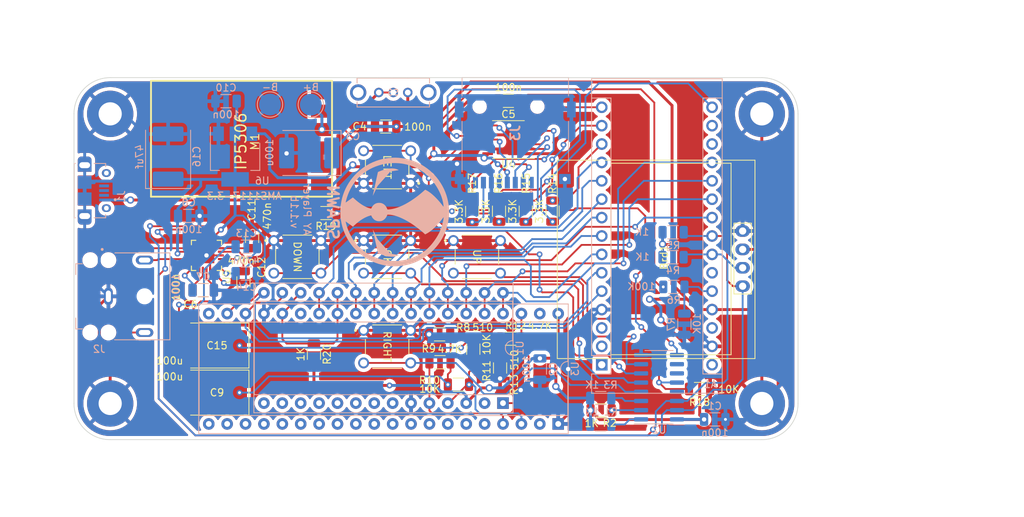
<source format=kicad_pcb>
(kicad_pcb (version 20211014) (generator pcbnew)
  (title_block (title "NANO AY Player") (date "2022-11-22") (rev "Ay1") (company "Spawn") (comment 2 "Spawn"))
  (layers (0 "F.Cu" signal) (31 "B.Cu" signal) (34 "B.Paste" user) (35 "F.Paste" user) (36 "B.SilkS" user "B.Silkscreen") (37 "F.SilkS" user "F.Silkscreen") (38 "B.Mask" user) (39 "F.Mask" user) (44 "Edge.Cuts" user))
  (net 0 "")
  (net 1 "GND")
  (net 5 "AY_RST")
  (net 6 "AY_CLK")
  (net 7 "AY_D4")
  (net 8 "AY_D5")
  (net 9 "AY_D6")
  (net 10 "AY_D7")
  (net 11 "AY_BC1")
  (net 12 "AY_BDIR")
  (net 13 "SD_CS")
  (net 14 "SD_MOSI")
  (net 15 "SD_MISO")
  (net 16 "SD_CLK")
  (net 19 "AY_D0")
  (net 20 "AY_D1")
  (net 21 "AY_D2")
  (net 22 "AY_D3")
  (net 23 "SDA")
  (net 24 "SCL")
  (net 26 "Vsens")
  (net 27 "+5V")
  (net 30 "+3.3V")
  (net 31 "Net-(C6-Pad1)")
  (net 32 "Net-(C6-Pad2)")
  (net 33 "Net-(C7-Pad2)")
  (net 34 "Net-(C9-Pad1)")
  (net 35 "MIX_L")
  (net 36 "Net-(C11-Pad2)")
  (net 37 "Net-(C12-Pad1)")
  (net 38 "MIX_R")
  (net 39 "Net-(C13-Pad1)")
  (net 40 "Net-(C14-Pad1)")
  (net 41 "Net-(C15-Pad1)")
  (net 42 "chgSens")
  (net 46 "HP_L")
  (net 47 "HP_R")
  (net 49 "Net-(R14-Pad2)")
  (net 50 "Net-(R15-Pad2)")
  (net 51 "Net-(R16-Pad2)")
  (net 52 "Net-(J3-Pad7)")
  (net 54 "Net-(M1-Pad1)")
  (net 55 "Bat+")
  (net 56 "Net-(R1-Pad2)")
  (net 57 "Net-(R2-Pad2)")
  (net 58 "Net-(R3-Pad2)")
  (net 59 "AY_A")
  (net 60 "AY_B")
  (net 61 "AY_C")
  (net 62 "BT_LT")
  (net 63 "BT_DN")
  (net 64 "BT_OK")
  (net 65 "BT_UP")
  (net 66 "BT_RT")
  (net 76 "AY_A8")
  (net 77 "Net-(R18-Pad2)")
  (net 101 "L_SD_CS")
  (net 102 "L_SD_MOSI")
  (net 103 "L_SD_CLK")
  (net 104 "L_SD_MISO")
  (footprint "Package_SO:TSSOP-14_4.4x5mm_P0.65mm" (layer "F.Cu") (at 166.6 85.25 180)
    (fp_text reference "U4")
    (fp_text value "74LVC125")
  )
  (footprint "Capacitor_SMD:C_1206_3216Metric" (layer "F.Cu") (at 131.2 98.775 -90)
    (fp_text reference "C11")
    (fp_text value "470n")
  )
  (footprint "Resistor_SMD:R_1206_3216Metric" (layer "F.Cu") (at 172.7 95.1375 -90)
    (fp_text reference "R14")
    (fp_text value "3.3K")
  )
  (footprint "Resistor_SMD:R_1206_3216Metric" (layer "F.Cu") (at 165.45 116.8 -90)
    (fp_text reference "R13")
    (fp_text value "510")
  )
  (footprint "MountingHole:MountingHole_3.2mm_M3_Pad_TopBottom" (layer "F.Cu") (at 201.6 121.7)
    (fp_text reference "REF**" hide)
    (fp_text value "MountingHole_3.2mm_M3_Pad_TopBottom" hide)
  )
  (footprint "Resistor_SMD:R_1206_3216Metric" (layer "F.Cu") (at 139.74 114.89 -90)
    (fp_text reference "R20")
    (fp_text value "1K")
  )
  (footprint "Capacitor_SMD:C_1206_3216Metric" (layer "F.Cu") (at 149.65 83.45 180)
    (fp_text reference "C4")
    (fp_text value "100n")
  )
  (footprint "mod:IP5306MODULE" (layer "F.Cu") (at 116.9 76.9 -90)
    (fp_text reference "M1")
    (fp_text value "IP5306")
  )
  (footprint "Capacitor_SMD:C_1206_3216Metric" (layer "F.Cu") (at 124.45 106.05)
    (fp_text reference "C6")
    (fp_text value "100n")
  )
  (footprint "Resistor_SMD:R_1206_3216Metric" (layer "F.Cu") (at 141.4 95.4 180)
    (fp_text reference "R19")
    (fp_text value "16K")
  )
  (footprint "MountingHole:MountingHole_3.2mm_M3_Pad_TopBottom" (layer "F.Cu") (at 201.6 81.7)
    (fp_text reference "REF**" hide)
    (fp_text value "MountingHole_3.2mm_M3_Pad_TopBottom" hide)
  )
  (footprint "Resistor_SMD:R_1206_3216Metric" (layer "F.Cu") (at 165.3 95.15 -90)
    (fp_text reference "R16")
    (fp_text value "3.3K")
  )
  (footprint "Capacitor_SMD:C_1206_3216Metric" (layer "F.Cu") (at 130 104.9 -90)
    (fp_text reference "C12")
    (fp_text value "470n")
  )
  (footprint "mod:SW_1825910-7" (layer "F.Cu") (at 149.85 101.45)
    (fp_text reference "S3" hide)
    (fp_text value "OK")
  )
  (footprint "mod:SW_1825910-7" (layer "F.Cu") (at 149.85 89.05 180)
    (fp_text reference "S1" hide)
    (fp_text value "LEFT")
  )
  (footprint "Capacitor_Tantalum_SMD:CP_EIA-7360-38_Kemet-E" (layer "F.Cu") (at 126.35 120.2 180)
    (fp_text reference "C9")
    (fp_text value "100u")
  )
  (footprint "mod:SW_1825910-7" (layer "F.Cu") (at 162.25 101.45)
    (fp_text reference "S4" hide)
    (fp_text value "UP")
  )
  (footprint "MountingHole:MountingHole_3.2mm_M3_Pad_TopBottom" (layer "F.Cu") (at 111.6 81.7)
    (fp_text reference "REF**" hide)
    (fp_text value "MountingHole_3.2mm_M3_Pad_TopBottom" hide)
  )
  (footprint "Resistor_SMD:R_1206_3216Metric" (layer "F.Cu") (at 193 119.7 180)
    (fp_text reference "R18")
    (fp_text value "10K")
  )
  (footprint "mod:128x64OLED" (layer "F.Cu") (at 188.35 101.5 -90)
    (fp_text reference "Brd1")
    (fp_text value "SSD1306")
  )
  (footprint "Resistor_SMD:R_1206_3216Metric" (layer "F.Cu") (at 166.9 112.75)
    (fp_text reference "R12")
    (fp_text value "4.7K")
  )
  (footprint "Resistor_SMD:R_1206_3216Metric" (layer "F.Cu") (at 157.1 112.15 180)
    (fp_text reference "R8")
    (fp_text value "510")
  )
  (footprint "mod:SW_1825910-7" (layer "F.Cu") (at 149.85 113.85)
    (fp_text reference "S5" hide)
    (fp_text value "RIGHT")
  )
  (footprint "Capacitor_SMD:C_1206_3216Metric" (layer "F.Cu") (at 166.6 79.9 180)
    (fp_text reference "C5")
    (fp_text value "100n")
  )
  (footprint "Resistor_SMD:R_1206_3216Metric" (layer "F.Cu") (at 161.6 95.1875 -90)
    (fp_text reference "R17")
    (fp_text value "3.3K")
  )
  (footprint "Resistor_SMD:R_1206_3216Metric" (layer "F.Cu") (at 179.4 122.65)
    (fp_text reference "R2")
    (fp_text value "1K")
  )
  (footprint "mod:SW_1825910-7" (layer "F.Cu") (at 137.45 101.45)
    (fp_text reference "S2" hide)
    (fp_text value "DOWN")
  )
  (footprint "Resistor_SMD:R_1206_3216Metric" (layer "F.Cu") (at 157.15 116 180)
    (fp_text reference "R9")
    (fp_text value "4.7K")
  )
  (footprint "Resistor_SMD:R_1206_3216Metric" (layer "F.Cu") (at 159.7 119.1 180)
    (fp_text reference "R10")
    (fp_text value "10K")
  )
  (footprint "Capacitor_Tantalum_SMD:CP_EIA-7360-38_Kemet-E" (layer "F.Cu") (at 126.35 113.7 180)
    (fp_text reference "C15")
    (fp_text value "100u")
  )
  (footprint "Resistor_SMD:R_1206_3216Metric" (layer "F.Cu") (at 161.75 114.2 -90)
    (fp_text reference "R11")
    (fp_text value "10K")
  )
  (footprint "mod:QFN50P400X400X80-21N" (layer "F.Cu") (at 124.9 101.25 180)
    (fp_text reference "U5")
    (fp_text value "TPA6130A2RTJTG4")
  )
  (footprint "Resistor_SMD:R_1206_3216Metric" (layer "F.Cu") (at 169 95.15 -90)
    (fp_text reference "R15")
    (fp_text value "3.3K")
  )
  (footprint "MountingHole:MountingHole_3.2mm_M3_Pad_TopBottom" (layer "F.Cu") (at 111.6 121.7)
    (fp_text reference "REF**" hide)
    (fp_text value "MountingHole_3.2mm_M3_Pad_TopBottom" hide)
  )
  (footprint "Resistor_SMD:R_1206_3216Metric" (layer "B.Cu") (at 179.35 120.95)
    (fp_text reference "R3")
    (fp_text value "1K")
  )
  (footprint "Capacitor_SMD:C_1206_3216Metric" (layer "B.Cu") (at 122.45 95.8 180)
    (fp_text reference "C8")
    (fp_text value "100n")
  )
  (footprint "mod:spawnllogo" (layer "B.Cu") (at 150.9 95.25 90)
    (fp_text reference "by SPAWN" hide)
    (fp_text value "LOGO" hide)
  )
  (footprint "Capacitor_SMD:C_1206_3216Metric" (layer "B.Cu") (at 170.95 116.95 90)
    (fp_text reference "C2")
    (fp_text value "100n")
  )
  (footprint "Package_DIP:DIP-40_W15.24mm_Socket" (layer "B.Cu") (at 173.475 124.525 90)
    (fp_text reference "U3")
    (fp_text value "AY-3-8910")
  )
  (footprint "Capacitor_Tantalum_SMD:CP_EIA-7360-38_Kemet-E" (layer "B.Cu") (at 119.6 87.6 90)
    (fp_text reference "C16")
    (fp_text value "47uf")
  )
  (footprint "Package_TO_SOT_SMD:SOT-223-3_TabPin2" (layer "B.Cu") (at 128.85 87.6 -90)
    (fp_text reference "U6")
    (fp_text value "AMS1117-3.3")
  )
  (footprint "Package_SO:SOIC-16_3.9x9.9mm_P1.27mm" (layer "B.Cu") (at 187.4 119.45)
    (fp_text reference "U2")
    (fp_text value "PCF8574")
  )
  (footprint "TestPoint:TestPoint_Pad_D3.0mm" (layer "B.Cu") (at 133.67 80.41 180)
    (fp_text reference "B-")
    (fp_text value "TestPoint")
  )
  (footprint "mod:SWITCHCRAFT_35RAPC2BHN2" (layer "B.Cu") (at 112.35 106.9)
    (fp_text reference "J2")
    (fp_text value "MiniJack")
  )
  (footprint "mod:TFP09212B" (layer "B.Cu") (at 167.55 76.7 -90)
    (fp_text reference "J3")
    (fp_text value "SD Card" hide)
  )
  (footprint "mod:SW_EG1213" (layer "B.Cu") (at 150.7 78.75)
    (fp_text reference "S6")
    (fp_text value "EG1213")
  )
  (footprint "mod:HRS_ZX62D-B-5P8" (layer "B.Cu") (at 108.15 92.3 90)
    (fp_text reference "J1")
    (fp_text value "ZX62D-B-5P8")
    (fp_line (start -2.1 3.025) (end -2.1 2.825) (layer "Edge.Cuts") (width 0.01))
    (fp_line (start -2.75 2.825) (end -2.75 3.025) (layer "Edge.Cuts") (width 0.01))
    (fp_line (start 2.1 2.825) (end 2.1 3.025) (layer "Edge.Cuts") (width 0.01))
    (fp_line (start 2.75 3.025) (end 2.75 2.825) (layer "Edge.Cuts") (width 0.01))
    (fp_arc (start 2.425 2.5) (mid 2.65481 2.59519) (end 2.75 2.825) (layer "Edge.Cuts") (width 0.01))
    (fp_arc (start -2.425 2.5) (mid -2.19519 2.59519) (end -2.1 2.825) (layer "Edge.Cuts") (width 0.01))
    (fp_arc (start -2.425 3.35) (mid -2.65481 3.25481) (end -2.75 3.025) (layer "Edge.Cuts") (width 0.01))
    (fp_arc (start 2.425 3.35) (mid 2.19519 3.25481) (end 2.1 3.025) (layer "Edge.Cuts") (width 0.01))
    (fp_arc (start 2.75 3.025) (mid 2.65481 3.25481) (end 2.425 3.35) (layer "Edge.Cuts") (width 0.01))
    (fp_arc (start 2.1 2.825) (mid 2.19519 2.59519) (end 2.425 2.5) (layer "Edge.Cuts") (width 0.01))
    (fp_arc (start -2.1 3.025) (mid -2.19519 3.25481) (end -2.425 3.35) (layer "Edge.Cuts") (width 0.01))
    (fp_arc (start -2.75 2.825) (mid -2.65481 2.59519) (end -2.425 2.5) (layer "Edge.Cuts") (width 0.01))
  )
  (footprint "Capacitor_SMD:C_1206_3216Metric" (layer "B.Cu") (at 127.6 79.95 180)
    (fp_text reference "C10")
    (fp_text value "100n")
  )
  (footprint "Module:Arduino_Nano" (layer "B.Cu") (at 179.49 116.35)
    (fp_text reference "A1")
    (fp_text value "Arduino_Nano_v3.x" hide)
  )
  (footprint "Package_DIP:DIP-28_W15.24mm_Socket" (layer "B.Cu") (at 165.85 121.65 90)
    (fp_text reference "U1")
    (fp_text value "AY-3-8912")
  )
  (footprint "Capacitor_SMD:C_1206_3216Metric" (layer "B.Cu") (at 130.4 103.75)
    (fp_text reference "C14")
    (fp_text value "470n")
  )
  (footprint "Resistor_SMD:R_1206_3216Metric" (layer "B.Cu") (at 189.45 105.6)
    (fp_text reference "R6")
    (fp_text value "100K")
  )
  (footprint "Capacitor_Tantalum_SMD:CP_EIA-7360-38_Kemet-E" (layer "B.Cu") (at 139.08 87.1 180)
    (fp_text reference "C3")
    (fp_text value "100u")
  )
  (footprint "TestPoint:TestPoint_Pad_D3.0mm" (layer "B.Cu") (at 139.31 80.43 180)
    (fp_text reference "B+")
    (fp_text value "TestPoint")
  )
  (footprint "Resistor_SMD:R_1206_3216Metric" (layer "B.Cu") (at 179.35 124.6)
    (fp_text reference "R1")
    (fp_text value "1K")
  )
  (footprint "Capacitor_SMD:C_1206_3216Metric" (layer "B.Cu") (at 195.1 123.9 180)
    (fp_text reference "C1")
    (fp_text value "100n")
  )
  (footprint "Resistor_SMD:R_1206_3216Metric" (layer "B.Cu") (at 189.35 98.05)
    (fp_text reference "R5")
    (fp_text value "1K")
  )
  (footprint "Capacitor_SMD:C_1206_3216Metric" (layer "B.Cu") (at 124.45 106.05 180)
    (fp_text reference "C7")
    (fp_text value "100n")
  )
  (footprint "Resistor_SMD:R_1206_3216Metric" (layer "B.Cu") (at 190.9 110.75 -90)
    (fp_text reference "R7")
    (fp_text value "10K")
  )
  (footprint "Resistor_SMD:R_1206_3216Metric" (layer "B.Cu") (at 189.3375 101.5)
    (fp_text reference "R4")
    (fp_text value "1K")
  )
  (footprint "Capacitor_SMD:C_1206_3216Metric" (layer "B.Cu") (at 130.4 100.05 180)
    (fp_text reference "C13")
    (fp_text value "470n")
  )
  (gr_line (start 106.6 121.7) (end 106.6 81.7) (layer "Edge.Cuts") (width 0.1))
  (gr_line (start 201.6 126.7) (end 111.6 126.7) (layer "Edge.Cuts") (width 0.1))
  (gr_line (start 206.6 81.7) (end 206.6 121.7) (layer "Edge.Cuts") (width 0.1))
  (gr_arc (start 111.6 126.7) (mid 108.064466 125.235534) (end 106.6 121.7) (layer "Edge.Cuts") (width 0.1))
  (gr_arc (start 201.6 76.7) (mid 205.135534 78.164466) (end 206.6 81.7) (layer "Edge.Cuts") (width 0.1))
  (gr_arc (start 106.6 81.7) (mid 108.064466 78.164466) (end 111.6 76.7) (layer "Edge.Cuts") (width 0.1))
  (gr_line (start 111.6 76.7) (end 201.6 76.7) (layer "Edge.Cuts") (width 0.1))
  (gr_arc (start 206.6 121.7) (mid 205.135534 125.235534) (end 201.6 126.7) (layer "Edge.Cuts") (width 0.1))
  (gr_text "SPAWN" (at 142.35 95.3 270) (layer "B.SilkS") (effects (font (size 1.5 1.5) (thickness 0.3)) (justify mirror)))
  (gr_text "v.1.1b" (at 137.05 95.25 270) (layer "B.SilkS") (effects (font (size 1 1)) (justify mirror)))
  (gr_text "AY Player" (at 138.8 94.9 270) (layer "B.SilkS") (effects (font (size 1 1)) (justify mirror)))
  (segment (start 140.84 81.33) (end 142.98 81.33) (width 0.4) (layer "F.Cu") (net 1))
  (segment (start 146.6 111.6) (end 153.1 111.6) (width 0.4) (layer "F.Cu") (net 1))
  (segment (start 165.45 118.2625) (end 165.45 118.25) (width 0.4) (layer "F.Cu") (net 1))
  (segment (start 159 99.2) (end 165.5 99.2) (width 0.4) (layer "F.Cu") (net 1))
  (segment (start 111.6 115.85) (end 110.1 114.35) (width 0.4) (layer "F.Cu") (net 1))
  (segment (start 201.6 116.15) (end 201.6 121.7) (width 0.4) (layer "F.Cu") (net 1))
  (segment (start 146.6 99.2) (end 153.1 99.2) (width 0.4) (layer "F.Cu") (net 1))
  (segment (start 160.6 88.6) (end 162.65 86.55) (width 0.4) (layer "F.Cu") (net 1))
  (segment (start 188.48 108.73) (end 193.56 113.81) (width 0.4) (layer "F.Cu") (net 1))
  (segment (start 140.7 99.2) (end 146.6 99.2) (width 0.4) (layer "F.Cu") (net 1))
  (segment (start 166.7 87.2) (end 166.7 86.55) (width 0.4) (layer "F.Cu") (net 1))
  (segment (start 166.8 83.3) (end 166.725 83.225) (width 0.4) (layer "F.Cu") (net 1))
  (segment (start 135.97 82.63) (end 135.97 87.15) (width 0.4) (layer "F.Cu") (net 1))
  (segment (start 142.98 81.33) (end 145.1 83.45) (width 0.4) (layer "F.Cu") (net 1))
  (segment (start 135.96 87.16) (end 136.71 86.41) (width 0.4) (layer "F.Cu") (net 1))
  (segment (start 153.1 99.2) (end 159 99.2) (width 0.4) (layer "F.Cu") (net 1))
  (segment (start 140.84 86.41) (end 140.84 88.95) (width 0.4) (layer "F.Cu") (net 1))
  (segment (start 174.85 123.15) (end 173.475 124.525) (width 0.4) (layer "F.Cu") (net 1))
  (segment (start 146.6 111.6) (end 145.93 111.6) (width 0.4) (layer "F.Cu") (net 1))
  (segment (start 145.527207 91.3) (end 143.177207 88.95) (width 0.4) (layer "F.Cu") (net 1))
  (segment (start 163.7375 84.6) (end 166.6 84.6) (width 0.4) (layer "F.Cu") (net 1))
  (segment (start 153.15 121.65) (end 153.15 118.8) (width 0.4) (layer "F.Cu") (net 1))
  (segment (start 168.3 119.85) (end 166.7125 118.2625) (width 0.4) (layer "F.Cu") (net 1))
  (segment (start 203.85 119.45) (end 201.6 121.7) (width 0.4) (layer "F.Cu") (net 1))
  (segment (start 166.725 82.425) (end 166.725 83.225) (width 0.4) (layer "F.Cu") (net 1))
  (segment (start 194.4625 119.7) (end 195.45 119.7) (width 0.4) (layer "F.Cu") (net 1))
  (segment (start 166.7125 118.2625) (end 165.45 118.2625) (width 0.4) (layer "F.Cu") (net 1))
  (segment (start 123.95 95.8) (end 123.9 95.85) (width 0.4) (layer "F.Cu") (net 1))
  (segment (start 166.7 85.2) (end 166.7 84.5) (width 0.4) (layer "F.Cu") (net 1))
  (segment (start 123.9094 99.2688) (end 123.9094 100.2594) (width 0.26) (layer "F.Cu") (net 1))
  (segment (start 153.1 91.3) (end 153.1 99.2) (width 0.4) (layer "F.Cu") (net 1))
  (segment (start 153.1 91.3) (end 146.6 91.3) (width 0.4) (layer "F.Cu") (net 1))
  (segment (start 126.8812 101.25) (end 124.9 101.25) (width 0.26) (layer "F.Cu") (net 1))
  (segment (start 140.84 81.33) (end 137.27 81.33) (width 0.4) (layer "F.Cu") (net 1))
  (segment (start 166.6 84.6) (end 166.7 84.5) (width 0.4) (layer "F.Cu") (net 1))
  (segment (start 169.4625 87.2) (end 173.9 87.2) (width 0.4) (layer "F.Cu") (net 1))
  (segment (start 166.75 85.25) (end 166.7 85.2) (width 0.4) (layer "F.Cu") (net 1))
  (segment (start 122.9188 101.25) (end 124.9 101.25) (width 0.26) (layer "F.Cu") (net 1))
  (segment (start 110.1 114.35) (end 110.1 108.15) (width 0.4) (layer "F.Cu") (net 1))
  (segment (start 159.5 88.6) (end 160.6 88.6) (width 0.4) (layer "F.Cu") (net 1))
  (segment (start 124.392 99.2688) (end 124.392 100.742) (width 0.26) (layer "F.Cu") (net 1))
  (segment (start 169.4625 83.3) (end 166.8 83.3) (width 0.4) (layer "F.Cu") (net 1))
  (segment (start 179.49 108.73) (end 188.48 108.73) (width 0.4) (layer "F.Cu") (net 1))
  (segment (start 173.9 87.2) (end 174.4 87.7) (width 0.4) (layer "F.Cu") (net 1))
  (segment (start 153.15 118.8) (end 154.55 117.4) (width 0.4) (layer "F.Cu") (net 1))
  (segment (start 168.075 81.075) (end 166.725 82.425) (width 0.4) (layer "F.Cu") (net 1))
  (segment (start 124.392 100.742) (end 124.9 101.25) (width 0.26) (layer "F.Cu") (net 1))
  (segment (start 201.6 97.4) (end 203.85 99.65) (width 0.4) (layer "F.Cu") (net 1))
  (segment (start 195.45 119.7) (end 196.575 120.825) (width 0.4) (layer "F.Cu") (net 1))
  (segment (start 193.56 113.81) (end 194.73 113.81) (width 0.4) (layer "F.Cu") (net 1))
  (segment (start 154.55 117.4) (end 154.55 113.2375) (width 0.4) (layer "F.Cu") (net 1))
  (segment (start 169.4625 85.25) (end 166.75 85.25) (width 0.4) (layer "F.Cu") (net 1))
  (segment (start 199.26 113.81) (end 201.6 116.15) (width 0.4) (layer "F.Cu") (net 1))
  (segment (start 203.85 99.65) (end 203.85 119.45) (width 0.4) (layer "F.Cu") (net 1))
  (segment (start 174.85 116.95) (end 174.85 123.15) (width 0.4) (layer "F.Cu") (net 1))
  (segment (start 163.7375 86.55) (end 166.7 86.55) (width 0.4) (layer "F.Cu") (net 1))
  (segment (start 123.9094 100.2594) (end 124.9 101.25) (width 0.26) (layer "F.Cu") (net 1))
  (segment (start 168.075 79.9) (end 168.075 81.075) (width 0.4) (layer "F.Cu") (net 1))
  (segment (start 143.177207 88.95) (end 140.84 88.95) (width 0.4) (layer "F.Cu") (net 1))
  (segment (start 145.93 111.6) (end 142.68 114.85) (width 0.4) (layer "F.Cu") (net 1))
  (segment (start 196.575 120.825) (end 196.575 123.9) (width 0.4) (layer "F.Cu") (net 1))
  (segment (start 166.725 83.225) (end 166.725 83.275) (width 0.4) (layer "F.Cu") (net 1))
  (segment (start 201.12 97.88) (end 201.6 97.4) (width 0.4) (layer "F.Cu") (net 1))
  (segment (start 155.0875 111.6) (end 155.6375 112.15) (width 0.4) (layer "F.Cu") (net 1))
  (segment (start 134.33 114.85) (end 132.835 113.355) (width 0.4) (layer "F.Cu") (net 1))
  (segment (start 162.65 86.55) (end 163.7375 86.55) (width 0.4) (layer "F.Cu") (net 1))
  (segment (start 153.1 111.6) (end 155.0875 111.6) (width 0.4) (layer "F.Cu") (net 1))
  (segment (start 135.97 87.15) (end 135.96 87.16) (width 0.4) (layer "F.Cu") (net 1))
  (segment (start 129.7 95.8) (end 123.95 95.8) (width 0.26) (layer "F.Cu") (net 1))
  (segment (start 111.6 121.7) (end 111.6 115.85) (width 0.4) (layer "F.Cu") (net 1))
  (segment (start 174.4 87.7) (end 174.4 90.7) (width 0.4) (layer "F.Cu") (net 1))
  (segment (start 132.835 113.355) (end 132.835 109.285) (width 0.4) (layer "F.Cu") (net 1))
  (segment (start 125.408 101.758) (end 124.9 101.25) (width 0.26) (layer "F.Cu") (net 1))
  (segment (start 137.27 81.33) (end 135.97 82.63) (width 0.4) (layer "F.Cu") (net 1))
  (segment (start 154.55 113.2375) (end 155.6375 112.15) (width 0.4) (layer "F.Cu") (net 1))
  (segment (start 125.408 103.2312) (end 125.408 101.758) (width 0.26) (layer "F.Cu") (net 1))
  (segment (start 136.71 86.41) (end 140.84 86.41) (width 0.4) (layer "F.Cu") (net 1))
  (segment (start 131.2 97.3) (end 132.3 97.3) (width 0.4) (layer "F.Cu") (net 1))
  (segment (start 129.7 95.8) (end 131.2 97.3) (width 0.4) (layer "F.Cu") (net 1))
  (segment (start 132.3 97.3) (end 134.2 99.2) (width 0.4) (layer "F.Cu") (net 1))
  (segment (start 142.68 114.85) (end 134.33 114.85) (width 0.4) (layer "F.Cu") (net 1))
  (segment (start 201.6 97.4) (end 201.6 81.7) (width 0.4) (layer "F.Cu") (net 1))
  (segment (start 166.7 86.55) (end 166.7 85.2) (width 0.4) (layer "F.Cu") (net 1))
  (segment (start 169.4625 87.2) (end 166.7 87.2) (width 0.4) (layer "F.Cu") (net 1))
  (segment (start 198.95 97.88) (end 201.12 97.88) (width 0.4) (layer "F.Cu") (net 1))
  (segment (start 166.7 83.3) (end 166.7 84.5) (width 0.4) (layer "F.Cu") (net 1))
  (segment (start 146.6 91.3) (end 145.527207 91.3) (width 0.4) (layer "F.Cu") (net 1))
  (segment (start 166.725 83.275) (end 166.7 83.3) (width 0.4) (layer "F.Cu") (net 1))
  (segment (start 194.73 113.81) (end 199.26 113.81) (width 0.4) (layer "F.Cu") (net 1))
  (segment (start 134.2 99.2) (end 140.7 99.2) (width 0.4) (layer "F.Cu") (net 1))
  (segment (start 145.1 83.45) (end 148.175 83.45) (width 0.4) (layer "F.Cu") (net 1))
  (segment (start 110.1 108.15) (end 111.35 106.9) (width 0.4) (layer "F.Cu") (net 1))
  (via (at 196.575 123.9) (size 0.8) (drill 0.4) (layers "F.Cu" "B.Cu") (net 1))
  (via (at 155.6375 112.15) (size 1) (drill 0.6) (layers "F.Cu" "B.Cu") (net 1))
  (via (at 174.4 90.7) (size 1) (drill 0.6) (layers "F.Cu" "B.Cu") (net 1))
  (via (at 174.85 116.95) (size 1) (drill 0.6) (layers "F.Cu" "B.Cu") (net 1))
  (via (at 168.3 119.85) (size 1) (drill 0.6) (layers "F.Cu" "B.Cu") (net 1))
  (via (at 165.45 118.25) (size 1) (drill 0.6) (layers "F.Cu" "B.Cu") (net 1))
  (via (at 123.95 95.8) (size 1) (drill 0.6) (layers "F.Cu" "B.Cu") (net 1))
  (via (at 135.96 87.16) (size 1) (drill 0.6) (layers "F.Cu" "B.Cu") (net 1))
  (via (at 124.9 101.25) (size 1) (drill 0.6) (layers "F.Cu" "B.Cu") (net 1))
  (via (at 166.7 83.3) (size 1) (drill 0.6) (layers "F.Cu" "B.Cu") (net 1))
  (via (at 159.5 88.6) (size 1) (drill 0.6) (layers "F.Cu" "B.Cu") (net 1))
  (segment (start 184.925 113.725) (end 184.925 115.005) (width 0.4) (layer "B.Cu") (net 1))
  (segment (start 134.1 105.6) (end 134.1 108.02) (width 0.4) (layer "B.Cu") (net 1))
  (segment (start 160.95 90.35) (end 160.95 91.2) (width 0.4) (layer "B.Cu") (net 1))
  (segment (start 173.05 79.65) (end 174.5 81.1) (width 0.4) (layer "B.Cu") (net 1))
  (segment (start 123.925 95.825) (end 123.95 95.8) (width 0.26) (layer "B.Cu") (net 1))
  (segment (start 127.675 78.4) (end 131.56 78.4) (width 0.4) (layer "B.Cu") (net 1))
  (segment (start 112.85 91) (end 115.25 88.6) (width 0.4) (layer "B.Cu") (net 1))
  (segment (start 166.725 83.275) (end 166.725 80.725) (width 0.4) (layer "B.Cu") (net 1))
  (segment (start 125.925 106.05) (end 130.9 106.05) (width 0.4) (layer "B.Cu") (net 1))
  (segment (start 126.125 79.95) (end 127.675 78.4) (width 0.4) (layer "B.Cu") (net 1))
  (segment (start 167.8 79.65) (end 173.05 79.65) (width 0.4) (layer "B.Cu") (net 1))
  (segment (start 110.75 91) (end 112.85 91) (width 0.4) (layer "B.Cu") (net 1))
  (segment (start 131.875 105.075) (end 131.875 103.75) (width 0.4) (layer "B.Cu") (net 1))
  (segment (start 133.67 80.41) (end 133.57 80.41) (width 0.4) (layer "B.Cu") (net 1))
  (segment (start 164.25 91.2) (end 164.25 90.35) (width 0.4) (layer "B.Cu") (net 1))
  (segment (start 190.9 112.2125) (end 186.4375 112.2125) (width 0.4) (layer "B.Cu") (net 1))
  (segment (start 131.56 78.4) (end 132.555 79.395) (width 0.4) (layer "B.Cu") (net 1))
  (segment (start 199.4 123.9) (end 201.6 121.7) (width 0.4) (layer "B.Cu") (net 1))
  (segment (start 133.57 80.41) (end 132.555 79.395) (width 0.4) (layer "B.Cu") (net 1))
  (segment (start 154.7 92.15) (end 157.1 92.15) (width 0.4) (layer "B.Cu") (net 1))
  (segment (start 162.03 79.66) (end 165.66 79.66) (width 0.4) (layer "B.Cu") (net 1))
  (segment (start 115.25 88.6) (end 115.25 85.55) (width 0.4) (layer "B.Cu") (net 1))
  (segment (start 113.55 81.7) (end 111.6 81.7) (width 0.4) (layer "B.Cu") (net 1))
  (segment (start 161.65 89.65) (end 160.95 90.35) (width 0.4) (layer "B.Cu") (net 1))
  (segment (start 159.8 90.7) (end 160.45 90.7) (width 0.4) (layer "B.Cu") (net 1))
  (segment (start 108.075 91.15) (end 108.075 93.45) (width 0.4) (layer "B.Cu") (net 1))
  (segment (start 174.5 81.1) (end 175.3 81.1) (width 0.4) (layer "B.Cu") (net 1))
  (segment (start 157.1 92.15) (end 158.55 90.7) (width 0.4) (layer "B.Cu") (net 1))
  (segment (start 115.25 85.55) (end 116.3125 84.4875) (width 0.4) (layer "B.Cu") (net 1))
  (segment (start 119.6375 84.45) (end 119.6 84.4875) (width 0.4) (layer "B.Cu") (net 1))
  (segment (start 193.1325 112.2125) (end 190.9 112.2125) (width 0.4) (layer "B.Cu") (net 1))
  (segment (start 110.090075 99.790075) (end 108.075 97.775) (width 0.4) (layer "B.Cu") (net 1))
  (segment (start 166.7 83.3) (end 166.725 83.275) (width 0.4) (layer "B.Cu") (net 1))
  (segment (start 116.3375 84.4875) (end 113.55 81.7) (width 0.4) (layer "B.Cu") (net 1))
  (segment (start 158.55 90.7) (end 159.8 90.7) (width 0.4) (layer "B.Cu") (net 1))
  (segment (start 131.875 103.75) (end 132.25 103.75) (width 0.4) (layer "B.Cu") (net 1))
  (segment (start 131.875 103.75) (end 131.875 103.325) (width 0.4) (layer "B.Cu") (net 1))
  (segment (start 110.75 91) (end 108.225 91) (width 0.4) (layer "B.Cu") (net 1))
  (segment (start 159.5 88.6) (end 159.5 90.4) (width 0.4) (layer "B.Cu") (net 1))
  (segment (start 179.27 108.73) (end 174.85 113.15) (width 0.4) (layer "B.Cu") (net 1))
  (segment (start 134.2 101) (end 134.2 99.2) (width 0.4) (layer "B.Cu") (net 1))
  (segment (start 164.25 90.35) (end 163.55 89.65) (width 0.4) (layer "B.Cu") (net 1))
  (segment (start 160.59 81.1) (end 162.03 79.66) (width 0.4) (layer "B.Cu") (net 1))
  (segment (start 159.5 90.4) (end 159.8 90.7) (width 0.4) (layer "B.Cu") (net 1))
  (segment (start 186.4375 112.2125) (end 184.925 113.725) (width 0.4) (layer "B.Cu") (net 1))
  (segment (start 134.1 108.02) (end 132.835 109.285) (width 0.4) (layer "B.Cu") (net 1))
  (segment (start 162.4 112.15) (end 155.6375 112.15) (width 0.4) (layer "B.Cu") (net 1))
  (segment (start 130.9 106.05) (end 131.875 105.075) (width 0.4) (layer "B.Cu") (net 1))
  (segment (start 194.73 113.81) (end 193.1325 112.2125) (width 0.4) (layer "B.Cu") (net 1))
  (segment (start 111.35 106.9) (end 110.090075 105.640075) (width 0.4) (layer "B.Cu") (net 1))
  (segment (start 108.075 88.7875) (end 108.075 91.15) (width 0.4) (layer "B.Cu") (net 1))
  (segment (start 165.45 118.25) (end 165.45 115.2) (width 0.4) (layer "B.Cu") (net 1))
  (segment (start 131.875 103.325) (end 134.2 101) (width 0.4) (layer "B.Cu") (net 1))
  (segment (start 116.3125 84.4875) (end 119.6 84.4875) (width 0.4) (layer "B.Cu") (net 1))
  (segment (start 124.9 98.35) (end 124.9 101.25) (width 0.4) (layer "B.Cu") (net 1))
  (segment (start 123.925 97.375) (end 124.9 98.35) (width 0.4) (layer "B.Cu") (net 1))
  (segment (start 173.475 122.975) (end 170.95 120.45) (width 0.4) (layer "B.Cu") (net 1))
  (segment (start 165.66 79.66) (end 166.725 80.725) (width 0.4) (layer "B.Cu") (net 1))
  (segment (start 126.55 84.45) (end 126.55 82.6) (width 0.4) (layer "B.Cu") (net 1))
  (segment (start 108.075 85.225) (end 108.075 88.7875) (width 0.4) (layer "B.Cu") (net 1))
  (segment (start 108.075 97.775) (end 108.075 95.8125) (width 0.4) (layer "B.Cu") (net 1))
  (segment (start 153.1 91.3) (end 153.85 91.3) (width 0.4) (layer "B.Cu") (net 1))
  (segment (start 159.8 81.1) (end 160.59 81.1) (width 0.4) (layer "B.Cu") (net 1))
  (segment (start 174.85 113.15) (end 174.85 116.95) (width 0.4) (layer "B.Cu") (net 1))
  (segment (start 170.95 120.45) (end 170.95 118.425) (width 0.4) (layer "B.Cu") (net 1))
  (segment (start 179.49 108.73) (end 179.27 108.73) (width 0.4) (layer "B.Cu") (net 1))
  (segment (start 163.55 89.65) (end 161.65 89.65) (width 0.4) (layer "B.Cu") (net 1))
  (segment (start 123.925 97.375) (end 123.925 95.825) (width 0.4) (layer "B.Cu") (net 1))
  (segment (start 111.6 81.7) (end 108.075 85.225) (width 0.4) (layer "B.Cu") (net 1))
  (segment (start 126.125 82.175) (end 126.125 79.95) (width 0.4) (layer "B.Cu") (net 1))
  (segment (start 173.475 124.525) (end 173.475 122.975) (width 0.4) (layer "B.Cu") (net 1))
  (segment (start 110.090075 105.640075) (end 110.090075 99.790075) (width 0.4) (layer "B.Cu") (net 1))
  (segment (start 126.55 84.45) (end 119.6375 84.45) (width 0.4) (layer "B.Cu") (net 1))
  (segment (start 123.925 95.8) (end 123.95 95.8) (width 0.4) (layer "B.Cu") (net 1))
  (segment (start 169.725 118.425) (end 168.3 119.85) (width 0.4) (layer "B.Cu") (net 1))
  (segment (start 132.25 103.75) (end 134.1 105.6) (width 0.4) (layer "B.Cu") (net 1))
  (segment (start 165.45 115.2) (end 162.4 112.15) (width 0.4) (layer "B.Cu") (net 1))
  (segment (start 108.225 91) (end 108.075 91.15) (width 0.26) (layer "B.Cu") (net 1))
  (segment (start 160.45 90.7) (end 160.95 91.2) (width 0.4) (layer "B.Cu") (net 1))
  (segment (start 132.555 79.395) (end 135.9675 82.8075) (width 0.4) (layer "B.Cu") (net 1))
  (segment (start 119.6 84.4875) (end 116.3375 84.4875) (width 0.4) (layer "B.Cu") (net 1))
  (segment (start 153.85 91.3) (end 154.7 92.15) (width 0.4) (layer "B.Cu") (net 1))
  (segment (start 170.95 118.425) (end 169.725 118.425) (width 0.4) (layer "B.Cu") (net 1))
  (segment (start 126.55 82.6) (end 126.125 82.175) (width 0.4) (layer "B.Cu") (net 1))
  (segment (start 135.9675 82.8075) (end 135.9675 87.1) (width 0.4) (layer "B.Cu") (net 1))
  (segment (start 166.725 80.725) (end 167.8 79.65) (width 0.4) (layer "B.Cu") (net 1))
  (segment (start 196.575 123.9) (end 199.4 123.9) (width 0.4) (layer "B.Cu") (net 1))
  (segment (start 108.075 93.45) (end 108.075 95.8125) (width 0.4) (layer "B.Cu") (net 1))
  (segment (start 134.6 107.8) (end 135.37 107.03) (width 0.25) (layer "F.Cu") (net 5))
  (segment (start 130.295 109.285) (end 131.78 107.8) (width 0.25) (layer "F.Cu") (net 5))
  (segment (start 131.78 107.8) (end 134.6 107.8) (width 0.25) (layer "F.Cu") (net 5))
  (segment (start 135.37 107.03) (end 135.37 106.41) (width 0.25) (layer "F.Cu") (net 5))
  (segment (start 154.8125 111.808273) (end 154.8125 112.8375) (width 0.25) (layer "B.Cu") (net 5))
  (segment (start 130.295 111.245) (end 130.295 109.285) (width 0.25) (layer "B.Cu") (net 5))
  (segment (start 174.43 111.25) (end 155.370773 111.25) (width 0.25) (layer "B.Cu") (net 5))
  (segment (start 132.2 113.15) (end 130.295 111.245) (width 0.25) (layer "B.Cu") (net 5))
  (segment (start 154.5 113.15) (end 132.2 113.15) (width 0.25) (layer "B.Cu") (net 5))
  (segment (start 179.49 106.19) (end 174.43 111.25) (width 0.25) (layer "B.Cu") (net 5))
  (segment (start 154.8125 112.8375) (end 154.5 113.15) (width 0.25) (layer "B.Cu") (net 5))
  (segment (start 155.370773 111.25) (end 154.8125 111.808273) (width 0.25) (layer "B.Cu") (net 5))
  (segment (start 127.755 109.285) (end 129.54 107.5) (width 0.25) (layer "F.Cu") (net 6))
  (segment (start 131.1 107.5) (end 132.19 106.41) (width 0.25) (layer "F.Cu") (net 6))
  (segment (start 129.54 107.5) (end 131.1 107.5) (width 0.25) (layer "F.Cu") (net 6))
  (segment (start 132.19 106.41) (end 132.83 106.41) (width 0.25) (layer "F.Cu") (net 6))
  (segment (start 155 110.75) (end 154.35 111.4) (width 0.25) (layer "B.Cu") (net 6))
  (segment (start 131.6 110.8) (end 131.6 107.64) (width 0.25) (layer "B.Cu") (net 6))
  (segment (start 133.5 112.7) (end 131.6 110.8) (width 0.25) (layer "B.Cu") (net 6))
  (segment (start 154.35 112.4) (end 154.05 112.7) (width 0.25) (layer "B.Cu") (net 6))
  (segment (start 131.6 107.64) (end 132.83 106.41) (width 0.25) (layer "B.Cu") (net 6))
  (segment (start 154.35 111.4) (end 154.35 112.4) (width 0.25) (layer "B.Cu") (net 6))
  (segment (start 154.05 112.7) (end 133.5 112.7) (width 0.25) (layer "B.Cu") (net 6))
  (segment (start 177.5 104.75) (end 177.5 107.543604) (width 0.25) (layer "B.Cu") (net 6))
  (segment (start 174.293604 110.75) (end 155 110.75) (width 0.25) (layer "B.Cu") (net 6))
  (segment (start 179.49 103.65) (end 178.6 103.65) (width 0.25) (layer "B.Cu") (net 6))
  (segment (start 177.5 107.543604) (end 174.293604 110.75) (width 0.25) (layer "B.Cu") (net 6))
  (segment (start 178.6 103.65) (end 177.5 104.75) (width 0.25) (layer "B.Cu") (net 6))
  (segment (start 155.695 106.415) (end 155.69 106.41) (width 0.25) (layer "F.Cu") (net 7))
  (segment (start 155.695 109.285) (end 155.695 106.415) (width 0.25) (layer "F.Cu") (net 7))
  (segment (start 155.69 102.91) (end 155.69 106.41) (width 0.25) (layer "B.Cu") (net 7))
  (segment (start 178.14 101.11) (end 172.25 107) (width 0.25) (layer "B.Cu") (net 7))
  (segment (start 169.7 102.75) (end 168.8 101.85) (width 0.25) (layer "B.Cu") (net 7))
  (segment (start 156.75 101.85) (end 155.69 102.91) (width 0.25) (layer "B.Cu") (net 7))
  (segment (start 170.1 107) (end 169.7 106.6) (width 0.25) (layer "B.Cu") (net 7))
  (segment (start 169.7 106.6) (end 169.7 102.75) (width 0.25) (layer "B.Cu") (net 7))
  (segment (start 172.25 107) (end 170.1 107) (width 0.25) (layer "B.Cu") (net 7))
  (segment (start 179.49 101.11) (end 178.14 101.11) (width 0.25) (layer "B.Cu") (net 7))
  (segment (start 168.8 101.85) (end 156.75 101.85) (width 0.25) (layer "B.Cu") (net 7))
  (segment (start 153.155 109.285) (end 153.155 106.415) (width 0.25) (layer "F.Cu") (net 8))
  (segment (start 153.155 106.415) (end 153.15 106.41) (width 0.25) (layer "F.Cu") (net 8))
  (segment (start 154.6 104.96) (end 153.15 106.41) (width 0.25) (layer "B.Cu") (net 8))
  (segment (start 156.3 101.4) (end 154.6 103.1) (width 0.25) (layer "B.Cu") (net 8))
  (segment (start 154.6 103.1) (end 154.6 104.96) (width 0.25) (layer "B.Cu") (net 8))
  (segment (start 170.1 100.05) (end 168.75 101.4) (width 0.25) (layer "B.Cu") (net 8))
  (segment (start 175.2 100.05) (end 170.1 100.05) (width 0.25) (layer "B.Cu") (net 8))
  (segment (start 179.49 98.57) (end 176.68 98.57) (width 0.25) (layer "B.Cu") (net 8))
  (segment (start 176.68 98.57) (end 175.2 100.05) (width 0.25) (layer "B.Cu") (net 8))
  (segment (start 168.75 101.4) (end 156.3 101.4) (width 0.25) (layer "B.Cu") (net 8))
  (segment (start 150.615 109.285) (end 150.615 106.415) (width 0.25) (layer "F.Cu") (net 9))
  (segment (start 150.615 106.415) (end 150.61 106.41) (width 0.25) (layer "F.Cu") (net 9))
  (segment (start 150.61 103.94) (end 150.61 106.41) (width 0.25) (layer "B.Cu") (net 9))
  (segment (start 179.49 96.03) (end 178.17 96.03) (width 0.25) (layer "B.Cu") (net 9))
  (segment (start 153.6 100.95) (end 150.61 103.94) (width 0.25) (layer "B.Cu") (net 9))
  (segment (start 178.17 96.03) (end 174.6 99.6) (width 0.25) (layer "B.Cu") (net 9))
  (segment (start 168.55 100.95) (end 153.6 100.95) (width 0.25) (layer "B.Cu") (net 9))
  (segment (start 169.9 99.6) (end 168.55 100.95) (width 0.25) (layer "B.Cu") (net 9))
  (segment (start 174.6 99.6) (end 169.9 99.6) (width 0.25) (layer "B.Cu") (net 9))
  (segment (start 148.075 106.415) (end 148.07 106.41) (width 0.25) (layer "F.Cu") (net 10))
  (segment (start 148.075 109.285) (end 148.075 106.415) (width 0.25) (layer "F.Cu") (net 10))
  (segment (start 174 99) (end 169.863604 99) (width 0.25) (layer "B.Cu") (net 10))
  (segment (start 179.49 93.51) (end 174 99) (width 0.25) (layer "B.Cu") (net 10))
  (segment (start 148.07 105.18) (end 148.07 106.41) (width 0.25) (layer "B.Cu") (net 10))
  (segment (start 179.49 93.49) (end 179.49 93.51) (width 0.25) (layer "B.Cu") (net 10))
  (segment (start 168.363604 100.5) (end 152.75 100.5) (width 0.25) (layer "B.Cu") (net 10))
  (segment (start 169.863604 99) (end 168.363604 100.5) (width 0.25) (layer "B.Cu") (net 10))
  (segment (start 152.75 100.5) (end 148.07 105.18) (width 0.25) (layer "B.Cu") (net 10))
  (segment (start 145.535 109.285) (end 145.535 106.415) (width 0.25) (layer "F.Cu") (net 11))
  (segment (start 145.535 106.415) (end 145.53 106.41) (width 0.25) (layer "F.Cu") (net 11))
  (segment (start 145.53 105.38) (end 145.53 106.41) (width 0.25) (layer "B.Cu") (net 11))
  (segment (start 179.49 90.95) (end 177.8 90.95) (width 0.25) (layer "B.Cu") (net 11))
  (segment (start 145.3 101.55) (end 144.55 102.3) (width 0.25) (layer "B.Cu") (net 11))
  (segment (start 144.55 102.3) (end 144.55 104.4) (width 0.25) (layer "B.Cu") (net 11))
  (segment (start 147.75 101.55) (end 145.3 101.55) (width 0.25) (layer "B.Cu") (net 11))
  (segment (start 176.8 95.15) (end 174.1 97.85) (width 0.25) (layer "B.Cu") (net 11))
  (segment (start 151.45 97.85) (end 147.75 101.55) (width 0.25) (layer "B.Cu") (net 11))
  (segment (start 176.8 91.95) (end 176.8 95.15) (width 0.25) (layer "B.Cu") (net 11))
  (segment (start 177.8 90.95) (end 176.8 91.95) (width 0.25) (layer "B.Cu") (net 11))
  (segment (start 144.55 104.4) (end 145.53 105.38) (width 0.25) (layer "B.Cu") (net 11))
  (segment (start 174.1 97.85) (end 151.45 97.85) (width 0.25) (layer "B.Cu") (net 11))
  (segment (start 140.455 109.285) (end 140.455 106.415) (width 0.25) (layer "F.Cu") (net 12))
  (segment (start 140.455 106.415) (end 140.45 106.41) (width 0.25) (layer "F.Cu") (net 12))
  (segment (start 142.45 104.41) (end 140.45 106.41) (width 0.25) (layer "B.Cu") (net 12))
  (segment (start 142.45 100.15) (end 142.45 104.41) (width 0.25) (layer "B.Cu") (net 12))
  (segment (start 176.15 90.55) (end 176.15 94.75) (width 0.25) (layer "B.Cu") (net 12))
  (segment (start 145.2 97.4) (end 142.45 100.15) (width 0.25) (layer "B.Cu") (net 12))
  (segment (start 173.5 97.4) (end 145.2 97.4) (width 0.25) (layer "B.Cu") (net 12))
  (segment (start 179.49 88.41) (end 178.29 88.41) (width 0.25) (layer "B.Cu") (net 12))
  (segment (start 178.29 88.41) (end 176.15 90.55) (width 0.25) (layer "B.Cu") (net 12))
  (segment (start 176.15 94.75) (end 173.5 97.4) (width 0.25) (layer "B.Cu") (net 12))
  (segment (start 176.28 91.94) (end 174.545 93.675) (width 0.25) (layer "F.Cu") (net 13))
  (segment (start 176.28 89.08) (end 176.28 91.94) (width 0.25) (layer "F.Cu") (net 13))
  (segment (start 179.49 85.87) (end 176.28 89.08) (width 0.25) (layer "F.Cu") (net 13))
  (segment (start 174.545 93.675) (end 172.7 93.675) (width 0.25) (layer "F.Cu") (net 13))
  (via (at 172.7 93.675) (size 0.8) (drill 0.4) (layers "F.Cu" "B.Cu") (net 13))
  (segment (start 174.21 85.74) (end 174.21 85.97) (width 0.25) (layer "F.Cu") (net 14))
  (segment (start 179.49 83.33) (end 176.62 83.33) (width 0.25) (layer "F.Cu") (net 14))
  (segment (start 176.62 83.33) (end 174.21 85.74) (width 0.25) (layer "F.Cu") (net 14))
  (segment (start 170.3125 93.6875) (end 169 93.6875) (width 0.25) (layer "F.Cu") (net 14))
  (segment (start 172.65 88.01) (end 172.65 91.35) (width 0.25) (layer "F.Cu") (net 14))
  (segment (start 172.65 91.35) (end 170.3125 93.6875) (width 0.25) (layer "F.Cu") (net 14))
  (via (at 172.65 88.01) (size 0.8) (drill 0.4) (layers "F.Cu" "B.Cu") (net 14))
  (via (at 174.21 85.97) (size 0.8) (drill 0.4) (layers "F.Cu" "B.Cu") (net 14))
  (segment (start 174.21 86.45) (end 174.21 85.97) (width 0.25) (layer "B.Cu") (net 14))
  (segment (start 172.65 88.01) (end 174.21 86.45) (width 0.25) (layer "B.Cu") (net 14))
  (segment (start 170.45 83.95) (end 173.61 80.79) (width 0.25) (layer "F.Cu") (net 15))
  (segment (start 169.4625 83.95) (end 170.45 83.95) (width 0.25) (layer "F.Cu") (net 15))
  (segment (start 173.61 80.79) (end 179.49 80.79) (width 0.25) (layer "F.Cu") (net 15))
  (segment (start 165.3 92.74) (end 165.3 93.6875) (width 0.25) (layer "F.Cu") (net 16))
  (segment (start 165.85 92.19) (end 165.3 92.74) (width 0.25) (layer "F.Cu") (net 16))
  (segment (start 170.785402 92.19) (end 165.85 92.19) (width 0.25) (layer "F.Cu") (net 16))
  (segment (start 171.925451 91.049951) (end 170.785402 92.19) (width 0.25) (layer "F.Cu") (net 16))
  (via (at 171.925451 91.049951) (size 0.8) (drill 0.4) (layers "F.Cu" "B.Cu") (net 16))
  (segment (start 177.24 85.72) (end 177.24 79.34) (width 0.25) (layer "B.Cu") (net 16))
  (segment (start 177.24 79.34) (end 179.08 77.5) (width 0.25) (layer "B.Cu") (net 16))
  (segment (start 179.08 77.5) (end 191.44 77.5) (width 0.25) (layer "B.Cu") (net 16))
  (segment (start 171.925451 91.034549) (end 177.24 85.72) (width 0.25) (layer "B.Cu") (net 16))
  (segment (start 191.44 77.5) (end 194.73 80.79) (width 0.25) (layer "B.Cu") (net 16))
  (segment (start 171.925451 91.049951) (end 171.925451 91.034549) (width 0.25) (layer "B.Cu") (net 16))
  (segment (start 165.855 106.415) (end 165.85 106.41) (width 0.25) (layer "F.Cu") (net 19))
  (segment (start 165.855 109.285) (end 165.855 106.415) (width 0.25) (layer "F.Cu") (net 19))
  (segment (start 181.75 101.7) (end 181.1 102.35) (width 0.25) (layer "B.Cu") (net 19))
  (segment (start 181.75 92.05) (end 181.75 101.7) (width 0.25) (layer "B.Cu") (net 19))
  (segment (start 178.55 102.35) (end 173.3 107.6) (width 0.25) (layer "B.Cu") (net 19))
  (segment (start 169.05 107.6) (end 167.86 106.41) (width 0.25) (layer "B.Cu") (net 19))
  (segment (start 173.3 107.6) (end 169.05 107.6) (width 0.25) (layer "B.Cu") (net 19))
  (segment (start 194.73 88.41) (end 185.39 88.41) (width 0.25) (layer "B.Cu") (net 19))
  (segment (start 167.86 106.41) (end 165.85 106.41) (width 0.25) (layer "B.Cu") (net 19))
  (segment (start 181.1 102.35) (end 178.55 102.35) (width 0.25) (layer "B.Cu") (net 19))
  (segment (start 185.39 88.41) (end 181.75 92.05) (width 0.25) (layer "B.Cu") (net 19))
  (segment (start 163.315 106.415) (end 163.31 106.41) (width 0.25) (layer "F.Cu") (net 20))
  (segment (start 175.85 102.35) (end 174.75 103.45) (width 0.25) (layer "F.Cu") (net 20))
  (segment (start 163.315 109.285) (end 163.315 106.415) (width 0.25) (layer "F.Cu") (net 20))
  (segment (start 182.5 102.35) (end 175.85 102.35) (width 0.25) (layer "F.Cu") (net 20))
  (segment (start 174.75 103.45) (end 168.55 103.45) (width 0.25) (layer "F.Cu") (net 20))
  (via (at 168.55 103.45) (size 0.8) (drill 0.4) (layers "F.Cu" "B.Cu") (net 20))
  (via (at 182.5 102.35) (size 0.8) (drill 0.4) (layers "F.Cu" "B.Cu") (net 20))
  (segment (start 182.5 102.35) (end 182.5 93.75) (width 0.25) (layer "B.Cu") (net 20))
  (segment (start 164.77 104.95) (end 163.31 106.41) (width 0.25) (layer "B.Cu") (net 20))
  (segment (start 185.3 90.95) (end 194.73 90.95) (width 0.25) (layer "B.Cu") (net 20))
  (segment (start 182.5 93.75) (end 185.3 90.95) (width 0.25) (layer "B.Cu") (net 20))
  (segment (start 167.05 104.95) (end 164.77 104.95) (width 0.25) (layer "B.Cu") (net 20))
  (segment (start 168.55 103.45) (end 167.05 104.95) (width 0.25) (layer "B.Cu") (net 20))
  (segment (start 174 102.5) (end 161.05 102.5) (width 0.25) (layer "F.Cu") (net 21))
  (segment (start 160.775 106.415) (end 160.77 106.41) (width 0.25) (layer "F.Cu") (net 21))
  (segment (start 176.7 99.8) (end 174 102.5) (width 0.25) (layer "F.Cu") (net 21))
  (segment (start 160.775 109.285) (end 160.775 106.415) (width 0.25) (layer "F.Cu") (net 21))
  (segment (start 161.05 102.5) (end 160.8 102.75) (width 0.25) (layer "F.Cu") (net 21))
  (segment (start 183.3 99.8) (end 176.7 99.8) (width 0.25) (layer "F.Cu") (net 21))
  (via (at 183.3 99.8) (size 0.8) (drill 0.4) (layers "F.Cu" "B.Cu") (net 21))
  (via (at 160.8 102.75) (size 0.8) (drill 0.4) (layers "F.Cu" "B.Cu") (net 21))
  (segment (start 183.3 99.8) (end 183.3 94.65) (width 0.25) (layer "B.Cu") (net 21))
  (segment (start 160.77 102.78) (end 160.77 106.41) (width 0.25) (layer "B.Cu") (net 21))
  (segment (start 160.8 102.75) (end 160.77 102.78) (width 0.25) (layer "B.Cu") (net 21))
  (segment (start 183.3 94.65) (end 184.46 93.49) (width 0.25) (layer "B.Cu") (net 21))
  (segment (start 184.46 93.49) (end 194.73 93.49) (width 0.25) (layer "B.Cu") (net 21))
  (segment (start 158.25 101.9) (end 157.45 102.7) (width 0.25) (layer "F.Cu") (net 22))
  (segment (start 158.235 106.415) (end 158.23 106.41) (width 0.25) (layer "F.Cu") (net 22))
  (segment (start 172.55 101.9) (end 158.25 101.9) (width 0.25) (layer "F.Cu") (net 22))
  (segment (start 184.1 97.3) (end 177.15 97.3) (width 0.25) (layer "F.Cu") (net 22))
  (segment (start 177.15 97.3) (end 172.55 101.9) (width 0.25) (layer "F.Cu") (net 22))
  (segment (start 158.235 109.285) (end 158.235 106.415) (width 0.25) (layer "F.Cu") (net 22))
  (via (at 157.45 102.7) (size 0.8) (drill 0.4) (layers "F.Cu" "B.Cu") (net 22))
  (via (at 184.1 97.3) (size 0.8) (drill 0.4) (layers "F.Cu" "B.Cu") (net 22))
  (segment (start 185.37 96.03) (end 194.73 96.03) (width 0.25) (layer "B.Cu") (net 22))
  (segment (start 158.23 105.33) (end 158.23 106.41) (width 0.25) (layer "B.Cu") (net 22))
  (segment (start 184.1 97.3) (end 185.37 96.03) (width 0.25) (layer "B.Cu") (net 22))
  (segment (start 157.45 102.7) (end 157.45 104.55) (width 0.25) (layer "B.Cu") (net 22))
  (segment (start 157.45 104.55) (end 158.23 105.33) (width 0.25) (layer "B.Cu") (net 22))
  (segment (start 117.1 97.2) (end 117.125 97.225) (width 0.25) (layer "F.Cu") (net 23))
  (segment (start 124.825 97.225) (end 125.408 97.808) (width 0.25) (layer "F.Cu") (net 23))
  (segment (start 117.125 97.225) (end 124.825 97.225) (width 0.25) (layer "F.Cu") (net 23))
  (segment (start 196.8 99.15) (end 196.8 104.7) (width 0.25) (layer "F.Cu") (net 23))
  (segment (start 194.73 98.57) (end 196.22 98.57) (width 0.25) (layer "F.Cu") (net 23))
  (segment (start 197.6 105.5) (end 198.95 105.5) (width 0.25) (layer "F.Cu") (net 23))
  (segment (start 125.408 97.808) (end 125.408 99.2688) (width 0.25) (layer "F.Cu") (net 23))
  (segment (start 196.22 98.57) (end 196.8 99.15) (width 0.25) (layer "F.Cu") (net 23))
  (segment (start 196.8 104.7) (end 197.6 105.5) (width 0.25) (layer "F.Cu") (net 23))
  (via (at 117.1 97.2) (size 0.8) (drill 0.4) (layers "F.Cu" "B.Cu") (net 23))
  (segment (start 190.8125 98.05) (end 191.3325 98.57) (width 0.25) (layer "B.Cu") (net 23))
  (segment (start 194.9 119.8) (end 197.5 119.8) (width 0.25) (layer "B.Cu") (net 23))
  (segment (start 189.875 122.625) (end 192.075 122.625) (width 0.25) (layer "B.Cu") (net 23))
  (segment (start 187.8 123.3) (end 188.475 122.625) (width 0.25) (layer "B.Cu") (net 23))
  (segment (start 123.35 126.1) (end 187.1 126.1) (width 0.25) (layer "B.Cu") (net 23))
  (segment (start 117.1 98.7) (end 118.3 99.9) (width 0.25) (layer "B.Cu") (net 23))
  (segment (start 117.1 97.2) (end 117.1 98.7) (width 0.25) (layer "B.Cu") (net 23))
  (segment (start 192.075 122.625) (end 194.9 119.8) (width 0.25) (layer "B.Cu") (net 23))
  (segment (start 118.3 99.9) (end 118.3 121.05) (width 0.25) (layer "B.Cu") (net 23))
  (segment (start 188.475 122.625) (end 189.875 122.625) (width 0.25) (layer "B.Cu") (net 23))
  (segment (start 187.1 126.1) (end 187.8 125.4) (width 0.25) (layer "B.Cu") (net 23))
  (segment (start 198.95 118.35) (end 198.95 105.5) (width 0.25) (layer "B.Cu") (net 23))
  (segment (start 118.3 121.05) (end 123.35 126.1) (width 0.25) (layer "B.Cu") (net 23))
  (segment (start 191.3325 98.57) (end 194.73 98.57) (width 0.25) (layer "B.Cu") (net 23))
  (segment (start 187.8 125.4) (end 187.8 123.3) (width 0.25) (layer "B.Cu") (net 23))
  (segment (start 197.5 119.8) (end 198.95 118.35) (width 0.25) (layer "B.Cu") (net 23))
  (segment (start 185.85 126.1) (end 186.55 125.4) (width 0.25) (layer "F.Cu") (net 24))
  (segment (start 124.9 98) (end 124.9 99.2688) (width 0.25) (layer "F.Cu") (net 24))
  (segment (start 124.575 97.675) (end 124.9 98) (width 0.25) (layer "F.Cu") (net 24))
  (segment (start 118.3 104) (end 118.3 121.05) (width 0.25) (layer "F.Cu") (net 24))
  (segment (start 118.15 98) (end 118.475 97.675) (width 0.25) (layer "F.Cu") (net 24))
  (segment (start 118.475 97.675) (end 124.575 97.675) (width 0.25) (layer "F.Cu") (net 24))
  (segment (start 186.55 125.4) (end 186.55 125.3) (width 0.25) (layer "F.Cu") (net 24))
  (segment (start 123.35 126.1) (end 185.85 126.1) (width 0.25) (layer "F.Cu") (net 24))
  (segment (start 118.3 121.05) (end 123.35 126.1) (width 0.25) (layer "F.Cu") (net 24))
  (segment (start 119.2 103.1) (end 118.3 104) (width 0.25) (layer "F.Cu") (net 24))
  (via (at 186.55 125.3) (size 0.8) (drill 0.4) (layers "F.Cu" "B.Cu") (net 24))
  (via (at 119.2 103.1) (size 0.8) (drill 0.4) (layers "F.Cu" "B.Cu") (net 24))
  (via (at 118.15 98) (size 0.8) (drill 0.4) (layers "F.Cu" "B.Cu") (net 24))
  (segment (start 189.875 121.355) (end 188.395 121.355) (width 0.25) (layer "B.Cu") (net 24))
  (segment (start 196.35 118.85) (end 196.85 118.35) (width 0.25) (layer "B.Cu") (net 24))
  (segment (start 119.2 99.05) (end 118.15 98) (width 0.25) (layer "B.Cu") (net 24))
  (segment (start 186.95 124.85) (end 186.95 124.9) (width 0.25) (layer "B.Cu") (net 24))
  (segment (start 186.95 122.8) (end 186.95 124.85) (width 0.25) (layer "B.Cu") (net 24))
  (segment (start 190.8 101.5) (end 191.19 101.11) (width 0.25) (layer "B.Cu") (net 24))
  (segment (start 191.19 101.11) (end 194.73 101.11) (width 0.25) (layer "B.Cu") (net 24))
  (segment (start 196.85 101.95) (end 197.86 102.96) (width 0.25) (layer "B.Cu") (net 24))
  (segment (start 187.05 122.7) (end 186.95 122.8) (width 0.25) (layer "B.Cu") (net 24))
  (segment (start 119.2 103.1) (end 119.2 99.05) (width 0.25) (layer "B.Cu") (net 24))
  (segment (start 194.73 101.11) (end 196.01 101.11) (width 0.25) (layer "B.Cu") (net 24))
  (segment (start 191.315991 121.355) (end 193.820991 118.85) (width 0.25) (layer "B.Cu") (net 24))
  (segment (start 189.875 121.355) (end 191.315991 121.355) (width 0.25) (layer "B.Cu") (net 24))
  (segment (start 193.820991 118.85) (end 196.35 118.85) (width 0.25) (layer "B.Cu") (net 24))
  (segment (start 186.95 124.9) (end 186.55 125.3) (width 0.25) (layer "B.Cu") (net 24))
  (segment (start 188.395 121.355) (end 187.05 122.7) (width 0.25) (layer "B.Cu") (net 24))
  (segment (start 196.01 101.11) (end 196.85 101.95) (width 0.25) (layer "B.Cu") (net 24))
  (segment (start 196.85 118.35) (end 196.85 101.95) (width 0.25) (layer "B.Cu") (net 24))
  (segment (start 197.86 102.96) (end 198.95 102.96) (width 0.25) (layer "B.Cu") (net 24))
  (segment (start 190.9 105.6125) (end 190.9125 105.6) (width 0.25) (layer "B.Cu") (net 26))
  (segment (start 193.44 106.19) (end 194.73 106.19) (width 0.25) (layer "B.Cu") (net 26))
  (segment (start 190.9 109.2875) (end 190.9 105.6125) (width 0.25) (layer "B.Cu") (net 26))
  (segment (start 190.9125 105.6) (end 192.85 105.6) (width 0.25) (layer "B.Cu") (net 26))
  (segment (start 192.85 105.6) (end 193.44 106.19) (width 0.25) (layer "B.Cu") (net 26))
  (segment (start 191.3 107.3) (end 192.73 108.73) (width 0.4) (layer "F.Cu") (net 27))
  (segment (start 186.1 107.3) (end 191.3 107.3) (width 0.4) (layer "F.Cu") (net 27))
  (segment (start 139.74 118.81) (end 139.98 119.05) (width 0.4) (layer "F.Cu") (net 27))
  (segment (start 185.95 77.3) (end 189.2 80.55) (width 0.4) (layer "F.Cu") (net 27))
  (segment (start 193.625 123.9) (end 193.6 123.925) (width 0.4) (layer "F.Cu") (net 27))
  (segment (start 192.73 108.73) (end 194.73 108.73) (width 0.4) (layer "F.Cu") (net 27))
  (segment (start 189.2 105.2) (end 191.3 107.3) (width 0.4) (layer "F.Cu") (net 27))
  (segment (start 140.01 119.08) (end 140.1 119.17) (width 0.4) (layer "F.Cu") (net 27))
  (segment (start 193.018212 115.518212) (end 187.65 110.15) (width 0.4) (layer "F.Cu") (net 27))
  (segment (start 187.95 99.75) (end 189.2 99.75) (width 0.4) (layer "F.Cu") (net 27))
  (segment (start 152.1 83.45) (end 151.125 83.45) (width 0.4) (layer "F.Cu") (net 27))
  (segment (start 140.1 119.17) (end 140.14 119.21) (width 0.4) (layer "F.Cu") (net 27))
  (segment (start 161.4 77.3) (end 185.95 77.3) (width 0.4) (layer "F.Cu") (net 27))
  (segment (start 162.87 119.55) (end 160.77 121.65) (width 0.4) (layer "F.Cu") (net 27))
  (segment (start 193.625 123.9) (end 193.018212 123.293212) (width 0.4) (layer "F.Cu") (net 27))
  (segment (start 187.8875 99.6875) (end 187.95 99.75) (width 0.4) (layer "F.Cu") (net 27))
  (segment (start 189.2 99.75) (end 189.2 105.2) (width 0.4) (layer "F.Cu") (net 27))
  (segment (start 139.98 119.05) (end 140.01 119.08) (width 0.4) (layer "F.Cu") (net 27))
  (segment (start 200.72 100.42) (end 198.95 100.42) (width 0.4) (layer "F.Cu") (net 27))
  (segment (start 193.6 123.925) (end 179.2125 123.925) (width 0.4) (layer "F.Cu") (net 27))
  (segment (start 170.975 115.45) (end 170.95 115.475) (width 0.4) (layer "F.Cu") (net 27))
  (segment (start 201.85 107.55) (end 201.85 101.55) (width 0.4) (layer "F.Cu") (net 27))
  (segment (start 179.2125 123.925) (end 177.9375 122.65) (width 0.4) (layer "F.Cu") (net 27))
  (segment (start 155.25 83.45) (end 161.4 77.3) (width 0.4) (layer "F.Cu") (net 27))
  (segment (start 193.018212 123.293212) (end 193.018212 115.518212) (width 0.4) (layer "F.Cu") (net 27))
  (segment (start 139.74 116.3525) (end 139.74 118.81) (width 0.4) (layer "F.Cu") (net 27))
  (segment (start 163.95 119.55) (end 162.87 119.55) (width 0.4) (layer "F.Cu") (net 27))
  (segment (start 152.7 82.85) (end 152.1 83.45) (width 0.4) (layer "F.Cu") (net 27))
  (segment (start 194.73 108.73) (end 200.67 108.73) (width 0.4) (layer "F.Cu") (net 27))
  (segment (start 173.475 114.575) (end 172.6 115.45) (width 0.4) (layer "F.Cu") (net 27))
  (segment (start 151.125 83.45) (end 155.25 83.45) (width 0.4) (layer "F.Cu") (net 27))
  (segment (start 173.15 116) (end 172.6 115.45) (width 0.4) (layer "F.Cu") (net 27))
  (segment (start 140.14 119.21) (end 150.18 119.21) (width 0.4) (layer "F.Cu") (net 27))
  (segment (start 152.7 78.75) (end 152.7 82.85) (width 0.4) (layer "F.Cu") (net 27))
  (segment (start 173.475 109.285) (end 173.475 114.575) (width 0.4) (layer "F.Cu") (net 27))
  (segment (start 172.6 115.45) (end 170.975 115.45) (width 0.4) (layer "F.Cu") (net 27))
  (segment (start 200.67 108.73) (end 201.85 107.55) (width 0.4) (layer "F.Cu") (net 27))
  (segment (start 173.15 119.35) (end 173.15 116) (width 0.4) (layer "F.Cu") (net 27))
  (segment (start 189.2 80.55) (end 189.2 99.75) (width 0.4) (layer "F.Cu") (net 27))
  (segment (start 201.85 101.55) (end 200.72 100.42) (width 0.4) (layer "F.Cu") (net 27))
  (via (at 187.65 110.15) (size 1) (drill 0.6) (layers "F.Cu" "B.Cu") (net 27))
  (via (at 163.95 119.55) (size 1) (drill 0.6) (layers "F.Cu" "B.Cu") (net 27))
  (via (at 186.1 107.3) (size 1) (drill 0.6) (layers "F.Cu" "B.Cu") (net 27))
  (via (at 151.125 83.45) (size 0.8) (drill 0.4) (layers "F.Cu" "B.Cu") (net 27))
  (via (at 187.8875 99.6875) (size 1) (drill 0.6) (layers "F.Cu" "B.Cu") (net 27))
  (via (at 173.15 119.35) (size 1) (drill 0.6) (layers "F.Cu" "B.Cu") (net 27))
  (via (at 193.625 123.9) (size 1) (drill 0.6) (layers "F.Cu" "B.Cu") (net 27))
  (via (at 150.18 119.21) (size 0.8) (drill 0.4) (layers "F.Cu" "B.Cu") (net 27))
  (via (at 177.9375 122.65) (size 1) (drill 0.6) (layers "F.Cu" "B.Cu") (net 27))
  (via (at 170.95 115.475) (size 1) (drill 0.6) (layers "F.Cu" "B.Cu") (net 27))
  (segment (start 134.77 90.52) (end 141.49 90.52) (width 0.4) (layer "B.Cu") (net 27))
  (segment (start 157.33 120.1) (end 160.24 120.1) (width 0.4) (layer "B.Cu") (net 27))
  (segment (start 133.63 85.13) (end 133.63 89.38) (width 0.4) (layer "B.Cu") (net 27))
  (segment (start 156.44 119.21) (end 157.33 120.1) (width 0.4) (layer "B.Cu") (net 27))
  (segment (start 186.55 107.3) (end 186.1 107.3) (width 0.4) (layer "B.Cu") (net 27))
  (segment (start 187.8875 101.4875) (end 187.875 101.5) (width 0.4) (layer "B.Cu") (net 27))
  (segment (start 170.95 115.475) (end 169.925 115.475) (width 0.4) (layer "B.Cu") (net 27))
  (segment (start 165.85 119.55) (end 163.95 119.55) (width 0.4) (layer "B.Cu") (net 27))
  (segment (start 174.75 120.95) (end 173.15 119.35) (width 0.4) (layer "B.Cu") (net 27))
  (segment locked (start 141.49 90.52) (end 142.1925 89.8175) (width 0.4) (layer "B.Cu") (net 27))
  (segment (start 132.95 84.45) (end 133.63 85.13) (width 0.4) (layer "B.Cu") (net 27))
  (segment (start 187.65 110.15) (end 187.65 109.05) (width 0.4) (layer "B.Cu") (net 27))
  (segment (start 133.63 89.38) (end 134.77 90.52) (width 0.4) (layer "B.Cu") (net 27))
  (segment (start 193.625 123.9) (end 189.88 123.9) (width 0.4) (layer "B.Cu") (net 27))
  (segment (start 131.15 84.45) (end 132.95 84.45) (width 0.4) (layer "B.Cu") (net 27))
  (segment (start 177.8875 120.95) (end 174.75 120.95) (width 0.4) (layer "B.Cu") (net 27))
  (segment (start 145.68 83.45) (end 142.1925 86.9375) (width 0.4) (layer "B.Cu") (net 27))
  (segment (start 169.925 115.475) (end 165.85 119.55) (width 0.4) (layer "B.Cu") (net 27))
  (segment (start 177.9375 121) (end 177.8875 120.95) (width 0.4) (layer "B.Cu") (net 27))
  (segment (start 189.88 123.9) (end 189.875 123.895) (width 0.4) (layer "B.Cu") (net 27))
  (segment (start 187.8875 98.05) (end 187.8875 101.4875) (width 0.4) (layer "B.Cu") (net 27))
  (segment (start 177.9375 122.65) (end 177.9375 121) (width 0.4) (layer "B.Cu") (net 27))
  (segment (start 160.24 120.1) (end 160.77 120.63) (width 0.4) (layer "B.Cu") (net 27))
  (segment (start 177.9375 124.55) (end 177.8875 124.6) (width 0.4) (layer "B.Cu") (net 27))
  (segment (start 142.1925 86.9375) (end 142.1925 87.1) (width 0.4) (layer "B.Cu") (net 27))
  (segment (start 142.1925 89.8175) (end 142.1925 87.1) (width 0.4) (layer "B.Cu") (net 27))
  (segment (start 187.65 108.4) (end 186.55 107.3) (width 0.4) (layer "B.Cu") (net 27))
  (segment (start 150.18 119.21) (end 156.44 119.21) (width 0.4) (layer "B.Cu") (net 27))
  (segment (start 151.125 83.45) (end 145.68 83.45) (width 0.4) (layer "B.Cu") (net 27))
  (segment (start 187.65 109.05) (end 187.65 108.4) (width 0.4) (layer "B.Cu") (net 27))
  (segment (start 160.77 120.63) (end 160.77 121.65) (width 0.4) (layer "B.Cu") (net 27))
  (segment (start 177.9375 122.65) (end 177.9375 124.55) (width 0.4) (layer "B.Cu") (net 27))
  (segment (start 165.3145 88.6545) (end 166.43 89.77) (width 0.4) (layer "F.Cu") (net 30))
  (segment (start 125.8906 98.7094) (end 126.9 97.7) (width 0.26) (layer "F.Cu") (net 30))
  (segment (start 163.7375 87.2) (end 163.7375 87.3125) (width 0.4) (layer "F.Cu") (net 30))
  (segment (start 122.9188 100.742) (end 121.158 100.742) (width 0.26) (layer "F.Cu") (net 30))
  (segment (start 145.35 89) (end 154.5 89) (width 0.4) (layer "F.Cu") (net 30))
  (segment (start 165.13 88.6545) (end 165.3145 88.6545) (width 0.25) (layer "F.Cu") (net 30))
  (segment (start 154.5 89) (end 156.3 87.2) (width 0.4) (layer "F.Cu") (net 30))
  (segment (start 163.7375 87.3125) (end 163.25 87.8) (width 0.4) (layer "F.Cu") (net 30))
  (segment (start 156.3 87.2) (end 156.3 84.65) (width 0.4) (layer "F.Cu") (net 30))
  (segment (start 125.8906 99.2688) (end 125.8906 98.7094) (width 0.26) (layer "F.Cu") (net 30))
  (segment (start 164.725 79.5) (end 165.125 79.9) (width 0.4) (layer "F.Cu") (net 30))
  (segment (start 145.1 88.75) (end 145.35 89) (width 0.4) (layer "F.Cu") (net 30))
  (segment (start 161.45 79.5) (end 164.725 79.5) (width 0.4) (layer "F.Cu") (net 30))
  (segment (start 156.3 84.65) (end 161.45 79.5) (width 0.4) (layer "F.Cu") (net 30))
  (segment (start 121.158 100.742) (end 120.9 101) (width 0.26) (layer "F.Cu") (net 30))
  (segment (start 125.8906 103.2312) (end 125.8906 103.6406) (width 0.26) (layer "F.Cu") (net 30))
  (segment (start 125.8906 103.6406) (end 127.3 105.05) (width 0.26) (layer "F.Cu") (net 30))
  (via (at 166.43 89.77) (size 0.8) (drill 0.4) (layers "F.Cu" "B.Cu") (net 30))
  (via (at 156.3 87.2) (size 1) (drill 0.6) (layers "F.Cu" "B.Cu") (net 30))
  (via (at 126.9 97.7) (size 0.8) (drill 0.4) (layers "F.Cu" "B.Cu") (net 30))
  (via (at 120.9 101) (size 0.8) (drill 0.4) (layers "F.Cu" "B.Cu") (net 30))
  (via (at 165.13 88.6545) (size 0.8) (drill 0.4) (layers "F.Cu" "B.Cu") (net 30))
  (via (at 145.1 88.75) (size 1) (drill 0.6) (layers "F.Cu" "B.Cu") (net 30))
  (via (at 163.25 87.8) (size 1) (drill 0.6) (layers "F.Cu" "B.Cu") (net 30))
  (via (at 127.3 105.05) (size 0.8) (drill 0.4) (layers "F.Cu" "B.Cu") (net 30))
  (segment (start 120.9 95.875) (end 120.975 95.8) (width 0.26) (layer "B.Cu") (net 30))
  (segment (start 163.25 87.8) (end 164.3 87.8) (width 0.4) (layer "B.Cu") (net 30))
  (segment (start 129.075 82.325) (end 128.85 82.55) (width 0.4) (layer "B.Cu") (net 30))
  (segment (start 130 105.35) (end 130.35 105) (width 0.26) (layer "B.Cu") (net 30))
  (segment (start 128.85 90.75) (end 128.85 84.45) (width 0.4) (layer "B.Cu") (net 30))
  (segment (start 131.2 102.1) (end 132.2 102.1) (width 0.26) (layer "B.Cu") (net 30))
  (segment (start 145.1 88.75) (end 142.32 91.53) (width 0.4) (layer "B.Cu") (net 30))
  (segment (start 163.25 87.8) (end 162.9 87.45) (width 0.4) (layer "B.Cu") (net 30))
  (segment (start 166.43 89.77) (end 166.43 91.18) (width 0.4) (layer "B.Cu") (net 30))
  (segment (start 130.35 102.95) (end 131.2 102.1) (width 0.26) (layer "B.Cu") (net 30))
  (segment (start 129.95 95.75) (end 128.85 95.75) (width 0.26) (layer "B.Cu") (net 30))
  (segment (start 120.9 101) (end 120.9 95.875) (width 0.4) (layer "B.Cu") (net 30))
  (segment (start 127.3 105.05) (end 127.6 105.35) (width 0.26) (layer "B.Cu") (net 30))
  (segment (start 128.85 82.55) (end 128.85 84.45) (width 0.4) (layer "B.Cu") (net 30))
  (segment (start 120.975 94.775) (end 124.1 91.65) (width 0.4) (layer "B.Cu") (net 30))
  (segment (start 129.63 91.53) (end 128.85 90.75) (width 0.4) (layer "B.Cu") (net 30))
  (segment (start 132.95 98.75) (end 129.95 95.75) (width 0.26) (layer "B.Cu") (net 30))
  (segment (start 126.9 97.7) (end 128.85 95.75) (width 0.4) (layer "B.Cu") (net 30))
  (segment (start 124.1 91.65) (end 124.1 90.75) (width 0.4) (layer "B.Cu") (net 30))
  (segment (start 130.35 105) (end 130.35 102.95) (width 0.26) (layer "B.Cu") (net 30))
  (segment (start 124.1 90.75) (end 128.85 90.75) (width 0.4) (layer "B.Cu") (net 30))
  (segment (start 164.3 87.8245) (end 165.13 88.6545) (width 0.4) (layer "B.Cu") (net 30))
  (segment (start 156.55 87.45) (end 156.3 87.2) (width 0.4) (layer "B.Cu") (net 30))
  (segment (start 132.95 101.35) (end 132.95 98.75) (width 0.26) (layer "B.Cu") (net 30))
  (segment (start 162.9 87.45) (end 156.55 87.45) (width 0.4) (layer "B.Cu") (net 30))
  (segment (start 129.075 79.95) (end 129.075 82.325) (width 0.4) (layer "B.Cu") (net 30))
  (segment (start 128.85 95.75) (end 128.85 90.75) (width 0.4) (layer "B.Cu") (net 30))
  (segment (start 119.6375 90.75) (end 124.1 90.75) (width 0.4) (layer "B.Cu") (net 30))
  (segment (start 119.6 90.7125) (end 119.6375 90.75) (width 0.4) (layer "B.Cu") (net 30))
  (segment (start 164.3 87.8) (end 164.3 87.8245) (width 0.25) (layer "B.Cu") (net 30))
  (segment (start 127.6 105.35) (end 130 105.35) (width 0.26) (layer "B.Cu") (net 30))
  (segment (start 132.2 102.1) (end 132.95 101.35) (width 0.26) (layer "B.Cu") (net 30))
  (segment (start 120.975 95.8) (end 120.975 94.775) (width 0.4) (layer "B.Cu") (net 30))
  (segment (start 166.43 91.18) (end 166.45 91.2) (width 0.25) (layer "B.Cu") (net 30))
  (segment (start 142.32 91.53) (end 129.63 91.53) (width 0.4) (layer "B.Cu") (net 30))
  (segment (start 124.392 104.108) (end 124.392 103.2312) (width 0.25) (layer "F.Cu") (net 31))
  (segment (start 122.975 106.05) (end 122.975 105.525) (width 0.25) (layer "F.Cu") (net 31))
  (segment (start 122.975 105.525) (end 124.392 104.108) (width 0.25) (layer "F.Cu") (net 31))
  (segment (start 124.9 104.45) (end 125.925 105.475) (width 0.25) (layer "F.Cu") (net 32))
  (segment (start 125.925 105.475) (end 125.925 106.05) (width 0.25) (layer "F.Cu") (net 32))
  (segment (start 124.9 103.2312) (end 124.9 104.45) (width 0.25) (layer "F.Cu") (net 32))
  (segment (start 122.9188 103.1688) (end 122.9188 102.2406) (width 0.25) (layer "F.Cu") (net 33))
  (segment (start 123.9094 103.2312) (end 122.9812 103.2312) (width 0.25) (layer "F.Cu") (net 33))
  (segment (start 122.9812 103.2312) (end 122.9188 103.1688) (width 0.25) (layer "F.Cu") (net 33))
  (segment (start 121.9 104.05) (end 122.7188 103.2312) (width 0.25) (layer "F.Cu") (net 33))
  (segment (start 122.7188 103.2312) (end 122.9812 103.2312) (width 0.25) (layer "F.Cu") (net 33))
  (via (at 121.9 104.05) (size 0.8) (drill 0.4) (layers "F.Cu" "B.Cu") (net 33))
  (segment (start 122.975 106.05) (end 122.975 105.125) (width 0.25) (layer "B.Cu") (net 33))
  (segment (start 122.975 105.125) (end 121.9 104.05) (width 0.25) (layer "B.Cu") (net 33))
  (segment (start 158.6125 116) (end 158.6125 112.2) (width 0.25) (layer "F.Cu") (net 34))
  (segment (start 158.2375 119.1) (end 158.2375 117.6625) (width 0.25) (layer "F.Cu") (net 34))
  (segment (start 158.2375 117.6625) (end 158.6125 117.2875) (width 0.25) (layer "F.Cu") (net 34))
  (segment (start 158.6125 117.2875) (end 158.6125 116) (width 0.25) (layer "F.Cu") (net 34))
  (segment (start 158.6125 112.2) (end 158.5625 112.15) (width 0.25) (layer "F.Cu") (net 34))
  (via (at 158.2375 119.1) (size 0.8) (drill 0.4) (layers "F.Cu" "B.Cu") (net 34))
  (via (at 129.4625 120.2) (size 0.8) (drill 0.4) (layers "F.Cu" "B.Cu") (net 34))
  (segment (start 158.2375 119.1) (end 157.0975 117.96) (width 0.25) (layer "B.Cu") (net 34))
  (segment (start 133.52 117.96) (end 131.28 120.2) (width 0.25) (layer "B.Cu") (net 34))
  (segment (start 157.0975 117.96) (end 133.52 117.96) (width 0.25) (layer "B.Cu") (net 34))
  (segment (start 131.28 120.2) (end 129.4625 120.2) (width 0.25) (layer "B.Cu") (net 34))
  (segment (start 123.2375 120.2) (end 121.35 118.3125) (width 0.25) (layer "F.Cu") (net 35))
  (segment (start 121.35 118.3125) (end 121.1 118.0625) (width 0.25) (layer "F.Cu") (net 35))
  (segment (start 121.1 118.0625) (end 121.1 108.05) (width 0.25) (layer "F.Cu") (net 35))
  (via (at 121.1 108.05) (size 0.8) (drill 0.4) (layers "F.Cu" "B.Cu") (net 35))
  (segment (start 124.55 103.25) (end 127.75 100.05) (width 0.25) (layer "B.Cu") (net 35))
  (segment (start 127.75 100.05) (end 128.925 100.05) (width 0.25) (layer "B.Cu") (net 35))
  (segment (start 121.1 108.05) (end 123.9 108.05) (width 0.25) (layer "B.Cu") (net 35))
  (segment (start 123.9 108.05) (end 124.55 107.4) (width 0.25) (layer "B.Cu") (net 35))
  (segment (start 124.55 107.4) (end 124.55 103.25) (width 0.25) (layer "B.Cu") (net 35))
  (segment (start 126.8812 100.2594) (end 131.1906 100.2594) (width 0.25) (layer "F.Cu") (net 36))
  (segment (start 131.1906 100.2594) (end 131.2 100.25) (width 0.25) (layer "F.Cu") (net 36))
  (segment (start 129.392 100.742) (end 130 101.35) (width 0.25) (layer "F.Cu") (net 37))
  (segment (start 126.8812 100.742) (end 129.392 100.742) (width 0.25) (layer "F.Cu") (net 37))
  (segment (start 130 101.35) (end 130 103.425) (width 0.25) (layer "F.Cu") (net 37))
  (segment (start 123.2375 113.7) (end 123.1 113.5625) (width 0.25) (layer "F.Cu") (net 38))
  (segment (start 127.45 107.6) (end 128.675 106.375) (width 0.25) (layer "F.Cu") (net 38))
  (segment (start 123.1 113.5625) (end 123.1 108.6) (width 0.25) (layer "F.Cu") (net 38))
  (segment (start 124.1 107.6) (end 127.45 107.6) (width 0.25) (layer "F.Cu") (net 38))
  (segment (start 123.1 108.6) (end 124.1 107.6) (width 0.25) (layer "F.Cu") (net 38))
  (segment (start 128.675 106.375) (end 130 106.375) (width 0.25) (layer "F.Cu") (net 38))
  (segment (start 126.8812 101.758) (end 128.992 101.758) (width 0.25) (layer "F.Cu") (net 39))
  (segment (start 128.992 101.758) (end 129.15 101.6) (width 0.25) (layer "F.Cu") (net 39))
  (via (at 129.15 101.6) (size 0.8) (drill 0.4) (layers "F.Cu" "B.Cu") (net 39))
  (segment (start 129.15 101.6) (end 130.95 101.6) (width 0.25) (layer "B.Cu") (net 39))
  (segment (start 130.95 101.6) (end 131.875 100.675) (width 0.25) (layer "B.Cu") (net 39))
  (segment (start 131.875 100.675) (end 131.875 100.05) (width 0.25) (layer "B.Cu") (net 39))
  (segment (start 126.8812 102.2406) (end 126.8812 103.0312) (width 0.25) (layer "F.Cu") (net 40))
  (segment (start 126.8812 103.0312) (end 127.6 103.75) (width 0.25) (layer "F.Cu") (net 40))
  (via (at 127.6 103.75) (size 0.8) (drill 0.4) (layers "F.Cu" "B.Cu") (net 40))
  (segment (start 127.6 103.75) (end 128.925 103.75) (width 0.25) (layer "B.Cu") (net 40))
  (segment (start 161.3125 112.7375) (end 160.05 114) (width 0.25) (layer "F.Cu") (net 41))
  (segment (start 165.4375 112.75) (end 161.7625 112.75) (width 0.25) (layer "F.Cu") (net 41))
  (segment (start 165.45 115.3375) (end 165.45 112.7625) (width 0.25) (layer "F.Cu") (net 41))
  (segment (start 165.45 112.7625) (end 165.4375 112.75) (width 0.25) (layer "F.Cu") (net 41))
  (segment (start 161.7625 112.75) (end 161.75 112.7375) (width 0.25) (layer "F.Cu") (net 41))
  (segment (start 161.75 112.7375) (end 161.3125 112.7375) (width 0.25) (layer "F.Cu") (net 41))
  (via (at 160.05 114) (size 0.8) (drill 0.4) (layers "F.Cu" "B.Cu") (net 41))
  (via (at 129.4625 113.7) (size 0.8) (drill 0.4) (layers "F.Cu" "B.Cu") (net 41))
  (segment (start 160.05 114) (end 129.7625 114) (width 0.25) (layer "B.Cu") (net 41))
  (segment (start 129.7625 114) (end 129.4625 113.7) (width 0.25) (layer "B.Cu") (net 41))
  (segment (start 140.84 92.71) (end 140.84 91.49) (width 0.4) (layer "F.Cu") (net 42))
  (segment (start 139.9375 93.6125) (end 139.95 93.6) (width 0.25) (layer "F.Cu") (net 42))
  (segment (start 139.9375 95.4) (end 139.9375 93.6125) (width 0.4) (layer "F.Cu") (net 42))
  (segment (start 114.4 93.6) (end 139.95 93.6) (width 0.4) (layer "F.Cu") (net 42))
  (segment (start 139.95 93.6) (end 140.84 92.71) (width 0.4) (layer "F.Cu") (net 42))
  (via (at 114.4 93.6) (size 1) (drill 0.6) (layers "F.Cu" "B.Cu") (net 42))
  (segment (start 110.75 93.6) (end 114.4 93.6) (width 0.4) (layer "B.Cu") (net 42))
  (segment (start 122.9188 101.758) (end 118.242 101.758) (width 0.25) (layer "F.Cu") (net 46))
  (segment (start 118.1 101.9) (end 116.35 101.9) (width 0.25) (layer "F.Cu") (net 46))
  (segment (start 118.242 101.758) (end 118.1 101.9) (width 0.25) (layer "F.Cu") (net 46))
  (segment (start 114.6406 100.2594) (end 113.65 101.25) (width 0.25) (layer "F.Cu") (net 47))
  (segment (start 113.65 101.25) (end 113.65 111.2) (width 0.25) (layer "F.Cu") (net 47))
  (segment (start 114.35 111.9) (end 116.35 111.9) (width 0.25) (layer "F.Cu") (net 47))
  (segment (start 122.9188 100.2594) (end 114.6406 100.2594) (width 0.25) (layer "F.Cu") (net 47))
  (segment (start 113.65 111.2) (end 114.35 111.9) (width 0.25) (layer "F.Cu") (net 47))
  (segment (start 159.45 84.75) (end 161.275305 84.75) (width 0.25) (layer "F.Cu") (net 49))
  (segment (start 162.075305 83.95) (end 163.7375 83.95) (width 0.25) (layer "F.Cu") (net 49))
  (segment (start 161.275305 84.75) (end 162.075305 83.95) (width 0.25) (layer "F.Cu") (net 49))
  (via (at 172.7 96.6) (size 0.8) (drill 0.4) (layers "F.Cu" "B.Cu") (net 49))
  (via (at 159.45 84.75) (size 0.8) (drill 0.4) (layers "F.Cu" "B.Cu") (net 49))
  (segment (start 159.15 78.35) (end 175.75 78.35) (width 0.25) (layer "B.Cu") (net 49))
  (segment (start 159.05 84.75) (end 158.2 83.9) (width 0.25) (layer "B.Cu") (net 49))
  (segment (start 159.45 84.75) (end 159.05 84.75) (width 0.25) (layer "B.Cu") (net 49))
  (segment (start 158.2 79.3) (end 159.15 78.35) (width 0.25) (layer "B.Cu") (net 49))
  (segment (start 171.11 95.01) (end 172.7 96.6) (width 0.25) (layer "B.Cu") (net 49))
  (segment (start 175.75 78.35) (end 176.49 79.09) (width 0.25) (layer "B.Cu") (net 49))
  (segment (start 171.11 90.63) (end 171.11 95.01) (width 0.25) (layer "B.Cu") (net 49))
  (segment (start 176.49 79.09) (end 176.49 85.25) (width 0.25) (layer "B.Cu") (net 49))
  (segment (start 158.2 83.9) (end 158.2 79.3) (width 0.25) (layer "B.Cu") (net 49))
  (segment (start 176.49 85.25) (end 171.11 90.63) (width 0.25) (layer "B.Cu") (net 49))
  (segment (start 171.96 86.3) (end 171.71 86.55) (width 0.25) (layer "F.Cu") (net 50))
  (segment (start 171.71 86.55) (end 169.4625 86.55) (width 0.25) (layer "F.Cu") (net 50))
  (segment (start 169 96.6125) (end 169 96.6) (width 0.25) (layer "F.Cu") (net 50))
  (via (at 169 96.6) (size 0.8) (drill 0.4) (layers "F.Cu" "B.Cu") (net 50))
  (via (at 171.96 86.3) (size 0.8) (drill 0.4) (layers "F.Cu" "B.Cu") (net 50))
  (segment (start 169 96.6) (end 170.66 94.94) (width 0.25) (layer "B.Cu") (net 50))
  (segment (start 170.66 87.6) (end 171.96 86.3) (width 0.25) (layer "B.Cu") (net 50))
  (segment (start 170.66 94.94) (end 170.66 87.6) (width 0.25) (layer "B.Cu") (net 50))
  (segment (start 163.7375 85.9) (end 160.13 85.9) (width 0.25) (layer "F.Cu") (net 51))
  (segment (start 165.3 96.6125) (end 165.3 96.6) (width 0.25) (layer "F.Cu") (net 51))
  (segment (start 160.13 85.9) (end 157.43 88.6) (width 0.25) (layer "F.Cu") (net 51))
  (segment (start 164.16 95.46) (end 165.3 96.6) (width 0.25) (layer "F.Cu") (net 51))
  (segment (start 158.45 96.4) (end 159.43 96.4) (width 0.25) (layer "F.Cu") (net 51))
  (segment (start 157.43 88.6) (end 157.43 95.38) (width 0.25) (layer "F.Cu") (net 51))
  (segment (start 160.37 95.46) (end 164.16 95.46) (width 0.25) (layer "F.Cu") (net 51))
  (segment (start 159.43 96.4) (end 160.37 95.46) (width 0.25) (layer "F.Cu") (net 51))
  (segment (start 157.43 95.38) (end 158.45 96.4) (width 0.25) (layer "F.Cu") (net 51))
  (via (at 165.3 96.6) (size 0.8) (drill 0.4) (layers "F.Cu" "B.Cu") (net 51))
  (segment (start 165.3 96.6) (end 165.35 96.55) (width 0.25) (layer "B.Cu") (net 51))
  (via (at 161.6 96.65) (size 0.8) (drill 0.4) (layers "F.Cu" "B.Cu") (net 52))
  (segment (start 162.43 96.65) (end 163.15 95.93) (width 0.25) (layer "B.Cu") (net 52))
  (segment (start 163.15 95.93) (end 163.15 91.2) (width 0.25) (layer "B.Cu") (net 52))
  (segment (start 161.6 96.65) (end 162.43 96.65) (width 0.25) (layer "B.Cu") (net 52))
  (segment (start 140.84 78.79) (end 143.04 78.79) (width 0.4) (layer "F.Cu") (net 54))
  (segment (start 144.8 80.55) (end 146.9 80.55) (width 0.4) (layer "F.Cu") (net 54))
  (segment (start 150.7 78.75) (end 148.7 78.75) (width 0.26) (layer "F.Cu") (net 54))
  (segment (start 143.04 78.79) (end 144.8 80.55) (width 0.4) (layer "F.Cu") (net 54))
  (segment (start 146.9 80.55) (end 148.7 78.75) (width 0.4) (layer "F.Cu") (net 54))
  (segment (start 154.95 84.95) (end 161.6 78.3) (width 0.25) (layer "F.Cu") (net 55))
  (segment (start 145.03 84.95) (end 154.95 84.95) (width 0.25) (layer "F.Cu") (net 55))
  (segment (start 143.95 83.87) (end 145.03 84.95) (width 0.25) (layer "F.Cu") (net 55))
  (segment (start 184.9 78.3) (end 186.75 80.15) (width 0.25) (layer "F.Cu") (net 55))
  (segment (start 186.75 80.15) (end 186.75 104.7) (width 0.25) (layer "F.Cu") (net 55))
  (segment (start 140.84 83.86) (end 140.85 83.87) (width 0.25) (layer "F.Cu") (net 55))
  (segment (start 186.75 104.7) (end 187.65 105.6) (width 0.25) (layer "F.Cu") (net 55))
  (segment (start 140.85 83.87) (end 143.95 83.87) (width 0.25) (layer "F.Cu") (net 55))
  (segment (start 187.65 105.6) (end 187.9875 105.6) (width 0.25) (layer "F.Cu") (net 55))
  (segment (start 161.6 78.3) (end 184.9 78.3) (width 0.25) (layer "F.Cu") (net 55))
  (via (at 187.9875 105.6) (size 0.8) (drill 0.4) (layers "F.Cu" "B.Cu") (net 55))
  (via (at 140.84 83.86) (size 1) (drill 0.6) (layers "F.Cu" "B.Cu") (net 55))
  (segment (start 140.84 81.96) (end 139.31 80.43) (width 0.4) (layer "B.Cu") (net 55))
  (segment (start 140.84 83.86) (end 140.84 81.96) (width 0.4) (layer "B.Cu") (net 55))
  (segment (start 184.925 123.895) (end 183.355 123.895) (width 0.25) (layer "B.Cu") (net 56))
  (segment (start 182.65 124.6) (end 180.8125 124.6) (width 0.25) (layer "B.Cu") (net 56))
  (segment (start 183.355 123.895) (end 182.65 124.6) (width 0.25) (layer "B.Cu") (net 56))
  (via (at 180.8625 122.65) (size 0.8) (drill 0.4) (layers "F.Cu" "B.Cu") (net 57))
  (segment (start 184.925 122.625) (end 180.8875 122.625) (width 0.25) (layer "B.Cu") (net 57))
  (segment (start 180.8875 122.625) (end 180.8625 122.65) (width 0.25) (layer "B.Cu") (net 57))
  (segment (start 184.925 121.355) (end 182.705 121.355) (width 0.25) (layer "B.Cu") (net 58))
  (segment (start 182.705 121.355) (end 182.3 120.95) (width 0.25) (layer "B.Cu") (net 58))
  (segment (start 182.3 120.95) (end 180.8125 120.95) (width 0.25) (layer "B.Cu") (net 58))
  (segment (start 165.855 123.455) (end 165.855 124.525) (width 0.25) (layer "F.Cu") (net 59))
  (segment (start 155.6875 116) (end 155.69 116.0025) (width 0.25) (layer "F.Cu") (net 59))
  (segment (start 155.69 121.65) (end 155.69 122.69) (width 0.25) (layer "F.Cu") (net 59))
  (segment (start 165.45 123.05) (end 165.855 123.455) (width 0.25) (layer "F.Cu") (net 59))
  (segment (start 155.69 122.69) (end 156.05 123.05) (width 0.25) (layer "F.Cu") (net 59))
  (segment (start 156.05 123.05) (end 165.45 123.05) (width 0.25) (layer "F.Cu") (net 59))
  (segment (start 155.69 116.0025) (end 155.69 121.65) (width 0.25) (layer "F.Cu") (net 59))
  (segment (start 158.23 121.65) (end 158.35 121.65) (width 0.25) (layer "F.Cu") (net 60))
  (segment (start 158.35 121.65) (end 160.9 119.1) (width 0.25) (layer "F.Cu") (net 60))
  (segment (start 161.1625 117.3625) (end 161.1625 119.1) (width 0.25) (layer "F.Cu") (net 60))
  (segment (start 160.9 119.1) (end 161.1625 119.1) (width 0.25) (layer "F.Cu") (net 60))
  (segment (start 161.75 116.775) (end 161.1625 117.3625) (width 0.25) (layer "F.Cu") (net 60))
  (segment (start 161.75 115.6625) (end 161.75 116.775) (width 0.25) (layer "F.Cu") (net 60))
  (via (at 161.1625 119.1) (size 0.8) (drill 0.4) (layers "F.Cu" "B.Cu") (net 60))
  (segment (start 161.7 119.1) (end 161.1625 119.1) (width 0.25) (layer "B.Cu") (net 60))
  (segment (start 162.05 119.45) (end 161.7 119.1) (width 0.25) (layer "B.Cu") (net 60))
  (segment (start 162.6 123.05) (end 162.05 122.5) (width 0.25) (layer "B.Cu") (net 60))
  (segment (start 167.95 123.05) (end 162.6 123.05) (width 0.25) (layer "B.Cu") (net 60))
  (segment (start 168.395 123.495) (end 167.95 123.05) (width 0.25) (layer "B.Cu") (net 60))
  (segment (start 162.05 122.5) (end 162.05 119.45) (width 0.25) (layer "B.Cu") (net 60))
  (segment (start 168.395 124.525) (end 168.395 123.495) (width 0.25) (layer "B.Cu") (net 60))
  (segment (start 168.1 121.65) (end 169.4 120.35) (width 0.25) (layer "F.Cu") (net 61))
  (segment (start 169.4 120.35) (end 169.4 115.2) (width 0.25) (layer "F.Cu") (net 61))
  (segment (start 168.395 112.7175) (end 168.395 109.285) (width 0.25) (layer "F.Cu") (net 61))
  (segment (start 168.3625 114.1625) (end 168.3625 112.75) (width 0.25) (layer "F.Cu") (net 61))
  (segment (start 169.4 115.2) (end 168.3625 114.1625) (width 0.25) (layer "F.Cu") (net 61))
  (segment (start 168.3625 112.75) (end 168.395 112.7175) (width 0.25) (layer "F.Cu") (net 61))
  (segment (start 165.85 121.65) (end 168.1 121.65) (width 0.25) (layer "F.Cu") (net 61))
  (segment (start 171.2755 106.35) (end 174.85 106.35) (width 0.25) (layer "F.Cu") (net 62))
  (segment (start 174.85 106.35) (end 175.55 107.05) (width 0.25) (layer "F.Cu") (net 62))
  (segment (start 170.9 105.9745) (end 171.2755 106.35) (width 0.25) (layer "F.Cu") (net 62))
  (segment (start 180.38 115.08) (end 181.9 116.6) (width 0.25) (layer "F.Cu") (net 62))
  (segment (start 176.000991 115.08) (end 180.38 115.08) (width 0.25) (layer "F.Cu") (net 62))
  (segment (start 175.55 114.629009) (end 176.000991 115.08) (width 0.25) (layer "F.Cu") (net 62))
  (segment (start 158.35 97.85) (end 155.6 95.1) (width 0.25) (layer "F.Cu") (net 62))
  (segment (start 175.55 107.05) (end 175.55 114.629009) (width 0.25) (layer "F.Cu") (net 62))
  (segment (start 170.9 101.1) (end 169.45 101.1) (width 0.25) (layer "F.Cu") (net 62))
  (segment (start 166.2 97.85) (end 158.35 97.85) (width 0.25) (layer "F.Cu") (net 62))
  (segment (start 155.6 95.1) (end 155.6 90.6) (width 0.25) (layer "F.Cu") (net 62))
  (segment (start 153.1 86.8) (end 146.6 86.8) (width 0.25) (layer "F.Cu") (net 62))
  (segment (start 169.45 101.1) (end 166.2 97.85) (width 0.25) (layer "F.Cu") (net 62))
  (via (at 181.9 116.6) (size 0.8) (drill 0.4) (layers "F.Cu" "B.Cu") (net 62))
  (via (at 170.9 101.1) (size 0.8) (drill 0.4) (layers "F.Cu" "B.Cu") (net 62))
  (via (at 155.6 90.6) (size 0.8) (drill 0.4) (layers "F.Cu" "B.Cu") (net 62))
  (via (at 170.9 105.9745) (size 0.8) (drill 0.4) (layers "F.Cu" "B.Cu") (net 62))
  (segment (start 155.6 90.6) (end 153.1 88.1) (width 0.25) (layer "B.Cu") (net 62))
  (segment (start 184.925 117.545) (end 182.845 117.545) (width 0.25) (layer "B.Cu") (net 62))
  (segment (start 170.9 101.1) (end 170.9 105.9745) (width 0.25) (layer "B.Cu") (net 62))
  (segment (start 182.845 117.545) (end 181.9 116.6) (width 0.25) (layer "B.Cu") (net 62))
  (segment (start 153.1 88.1) (end 153.1 86.8) (width 0.25) (layer "B.Cu") (net 62))
  (segment (start 178.1 112.45) (end 176.9 111.25) (width 0.25) (layer "F.Cu") (net 63))
  (segment (start 158 104.8) (end 154.1 100.9) (width 0.25) (layer "F.Cu") (net 63))
  (segment (start 176.35 104.8) (end 158 104.8) (width 0.25) (layer "F.Cu") (net 63))
  (segment (start 154.1 100.9) (end 143.5 100.9) (width 0.25) (layer "F.Cu") (net 63))
  (segment (start 143.5 100.9) (end 140.7 103.7) (width 0.25) (layer "F.Cu") (net 63))
  (segment (start 176.9 105.35) (end 176.35 104.8) (width 0.25) (layer "F.Cu") (net 63))
  (segment (start 183.9 112.45) (end 178.1 112.45) (width 0.25) (layer "F.Cu") (net 63))
  (segment (start 176.9 111.25) (end 176.9 105.35) (width 0.25) (layer "F.Cu") (net 63))
  (segment (start 140.7 103.7) (end 134.2 103.7) (width 0.25) (layer "F.Cu") (net 63))
  (via (at 183.9 112.45) (size 0.8) (drill 0.4) (layers "F.Cu" "B.Cu") (net 63))
  (segment (start 184.925 116.275) (end 182.925 116.275) (width 0.25) (layer "B.Cu") (net 63))
  (segment (start 182.925 113.425) (end 183.9 112.45) (width 0.25) (layer "B.Cu") (net 63))
  (segment (start 182.925 116.275) (end 182.925 113.425) (width 0.25) (layer "B.Cu") (net 63))
  (segment (start 176.4 113.4) (end 176.25 113.25) (width 0.25) (layer "F.Cu") (net 64))
  (segment (start 176.25 113.25) (end 176.25 105.95) (width 0.25) (layer "F.Cu") (net 64))
  (segment (start 154.65 105.25) (end 153.1 103.7) (width 0.25) (layer "F.Cu") (net 64))
  (segment (start 146.6 103.7) (end 153.1 103.7) (width 0.25) (layer "F.Cu") (net 64))
  (segment (start 176.25 105.95) (end 175.55 105.25) (width 0.25) (layer "F.Cu") (net 64))
  (segment (start 175.55 105.25) (end 154.65 105.25) (width 0.25) (layer "F.Cu") (net 64))
  (via (at 176.4 113.4) (size 0.8) (drill 0.4) (layers "F.Cu" "B.Cu") (net 64))
  (segment (start 182.5 118.2) (end 179.09 118.2) (width 0.25) (layer "B.Cu") (net 64))
  (segment (start 177.14 116.25) (end 176.4 115.51) (width 0.25) (layer "B.Cu") (net 64))
  (segment (start 179.09 118.2) (end 177.14 116.25) (width 0.25) (layer "B.Cu") (net 64))
  (segment (start 182.6 118.3) (end 182.5 118.2) (width 0.25) (layer "B.Cu") (net 64))
  (segment (start 184.925 118.815) (end 183.115 118.815) (width 0.25) (layer "B.Cu") (net 64))
  (segment (start 183.115 118.815) (end 182.6 118.3) (width 0.25) (layer "B.Cu") (net 64))
  (segment (start 176.4 115.51) (end 176.4 113.4) (width 0.25) (layer "B.Cu") (net 64))
  (segment (start 177.5 105.3) (end 176.45 104.25) (width 0.25) (layer "F.Cu") (net 65))
  (segment (start 177.5 108.95) (end 177.5 105.3) (width 0.25) (layer "F.Cu") (net 65))
  (segment (start 185.7 110) (end 178.55 110) (width 0.25) (layer "F.Cu") (net 65))
  (segment (start 189.1 113.4) (end 185.7 110) (width 0.25) (layer "F.Cu") (net 65))
  (segment (start 178.55 110) (end 177.5 108.95) (width 0.25) (layer "F.Cu") (net 65))
  (segment (start 176.45 104.25) (end 166.05 104.25) (width 0.25) (layer "F.Cu") (net 65))
  (segment (start 159 103.7) (end 165.5 103.7) (width 0.25) (layer "F.Cu") (net 65))
  (segment (start 166.05 104.25) (end 165.5 103.7) (width 0.25) (layer "F.Cu") (net 65))
  (via (at 189.1 113.4) (size 0.8) (drill 0.4) (layers "F.Cu" "B.Cu") (net 65))
  (segment (start 189.875 114.175) (end 189.1 113.4) (width 0.25) (layer "B.Cu") (net 65))
  (segment (start 189.875 115.005) (end 189.875 114.175) (width 0.25) (layer "B.Cu") (net 65))
  (segment (start 153.1 116.1) (end 146.6 116.1) (width 0.25) (layer "F.Cu") (net 66))
  (segment (start 162.85 120) (end 162.85 119.613604) (width 0.25) (layer "B.Cu") (net 66))
  (segment (start 162.85 119.613604) (end 159.336396 116.1) (width 0.25) (layer "B.Cu") (net 66))
  (segment (start 175.15 119.15) (end 172.85 116.85) (width 0.25) (layer "B.Cu") (net 66))
  (segment (start 169.85 116.85) (end 166.3 120.4) (width 0.25) (layer "B.Cu") (net 66))
  (segment (start 159.336396 116.1) (end 153.1 116.1) (width 0.25) (layer "B.Cu") (net 66))
  (segment (start 184.925 120.085) (end 182.735 120.085) (width 0.25) (layer "B.Cu") (net 66))
  (segment (start 181.8 119.15) (end 175.15 119.15) (width 0.25) (layer "B.Cu") (net 66))
  (segment (start 163.25 120.4) (end 162.85 120) (width 0.25) (layer "B.Cu") (net 66))
  (segment (start 172.85 116.85) (end 169.85 116.85) (width 0.25) (layer "B.Cu") (net 66))
  (segment (start 166.3 120.4) (end 163.25 120.4) (width 0.25) (layer "B.Cu") (net 66))
  (segment (start 182.735 120.085) (end 181.8 119.15) (width 0.25) (layer "B.Cu") (net 66))
  (segment (start 142.995 109.285) (end 142.995 106.415) (width 0.25) (layer "F.Cu") (net 76))
  (segment (start 135.9775 113.4275) (end 135.375 112.825) (width 0.25) (layer "F.Cu") (net 76))
  (segment (start 142.995 112.845) (end 142.4125 113.4275) (width 0.25) (layer "F.Cu") (net 76))
  (segment (start 142.995 109.285) (end 142.995 112.845) (width 0.25) (layer "F.Cu") (net 76))
  (segment (start 136.7 107.62) (end 137.91 106.41) (width 0.25) (layer "F.Cu") (net 76))
  (segment (start 142.4125 113.4275) (end 139.74 113.4275) (width 0.25) (layer "F.Cu") (net 76))
  (segment (start 135.375 109.285) (end 136.7 107.96) (width 0.25) (layer "F.Cu") (net 76))
  (segment (start 135.375 112.825) (end 135.375 109.285) (width 0.25) (layer "F.Cu") (net 76))
  (segment (start 136.7 107.96) (end 136.7 107.62) (width 0.25) (layer "F.Cu") (net 76))
  (segment (start 142.995 106.415) (end 142.99 106.41) (width 0.25) (layer "F.Cu") (net 76))
  (segment (start 139.74 113.4275) (end 135.9775 113.4275) (width 0.25) (layer "F.Cu") (net 76))
  (segment (start 142.8625 95.4) (end 142.9 95.4) (width 0.25) (layer "F.Cu") (net 77))
  (segment (start 175.85 94.75) (end 184.45 94.75) (width 0.25) (layer "F.Cu") (net 77))
  (segment (start 185.5 95.8) (end 185.5 102.8) (width 0.25) (layer "F.Cu") (net 77))
  (segment (start 187.4 113.6) (end 184.95 111.15) (width 0.25) (layer "F.Cu") (net 77))
  (segment (start 187.4 118.8) (end 187.4 113.8) (width 0.25) (layer "F.Cu") (net 77))
  (segment (start 191.5375 119.7) (end 188.3 119.7) (width 0.25) (layer "F.Cu") (net 77))
  (segment (start 185.5 102.8) (end 184.2 104.1) (width 0.25) (layer "F.Cu") (net 77))
  (segment (start 188.3 119.7) (end 187.4 118.8) (width 0.25) (layer "F.Cu") (net 77))
  (segment (start 184.45 94.75) (end 185.5 95.8) (width 0.25) (layer "F.Cu") (net 77))
  (segment (start 158.96 94.99) (end 175.61 94.99) (width 0.25) (layer "F.Cu") (net 77))
  (segment (start 187.4 113.8) (end 187.4 113.6) (width 0.25) (layer "F.Cu") (net 77))
  (segment (start 158.8 95.15) (end 158.96 94.99) (width 0.25) (layer "F.Cu") (net 77))
  (segment (start 175.61 94.99) (end 175.85 94.75) (width 0.25) (layer "F.Cu") (net 77))
  (via (at 184.95 111.15) (size 0.8) (drill 0.4) (layers "F.Cu" "B.Cu") (net 77))
  (via (at 142.9 95.4) (size 0.8) (drill 0.4) (layers "F.Cu" "B.Cu") (net 77))
  (via (at 158.8 95.15) (size 0.8) (drill 0.4) (layers "F.Cu" "B.Cu") (net 77))
  (via (at 187.4 118.8) (size 0.8) (drill 0.4) (layers "F.Cu" "B.Cu") (net 77))
  (via (at 184.2 104.1) (size 0.8) (drill 0.4) (layers "F.Cu" "B.Cu") (net 77))
  (segment (start 187.4 118.8) (end 189.86 118.8) (width 0.25) (layer "B.Cu") (net 77))
  (segment (start 184.2 110.4) (end 184.2 104.1) (width 0.25) (layer "B.Cu") (net 77))
  (segment (start 189.86 118.8) (end 189.875 118.815) (width 0.25) (layer "B.Cu") (net 77))
  (segment (start 142.9 95.4) (end 143.15 95.15) (width 0.25) (layer "B.Cu") (net 77))
  (segment (start 143.15 95.15) (end 158.8 95.15) (width 0.25) (layer "B.Cu") (net 77))
  (segment (start 184.95 111.15) (end 184.2 110.4) (width 0.25) (layer "B.Cu") (net 77))
  (segment (start 163.7375 83.3) (end 165.01 83.3) (width 0.25) (layer "F.Cu") (net 101))
  (segment (start 169.0145 88.6545) (end 169.43 89.07) (width 0.25) (layer "F.Cu") (net 101))
  (segment (start 165.01 83.3) (end 165.35 83.64) (width 0.25) (layer "F.Cu") (net 101))
  (segment (start 167.17 88.6545) (end 169.0145 88.6545) (width 0.25) (layer "F.Cu") (net 101))
  (via (at 169.43 89.07) (size 0.8) (drill 0.4) (layers "F.Cu" "B.Cu") (net 101))
  (via (at 165.35 83.64) (size 0.8) (drill 0.4) (layers "F.Cu" "B.Cu") (net 101))
  (via (at 167.17 88.6545) (size 0.8) (drill 0.4) (layers "F.Cu" "B.Cu") (net 101))
  (segment (start 167.17 85.46) (end 167.17 88.6545) (width 0.25) (layer "B.Cu") (net 101))
  (segment (start 165.35 83.64) (end 167.17 85.46) (width 0.25) (layer "B.Cu") (net 101))
  (segment (start 169.43 89.07) (end 168.65 89.85) (width 0.25) (layer "B.Cu") (net 101))
  (segment (start 168.65 89.85) (end 168.65 91.2) (width 0.25) (layer "B.Cu") (net 101))
  (segment (start 171.93 85.07) (end 171.1 85.9) (width 0.25) (layer "F.Cu") (net 102))
  (segment (start 171.1 85.9) (end 169.4625 85.9) (width 0.25) (layer "F.Cu") (net 102))
  (via (at 171.93 85.07) (size 0.8) (drill 0.4) (layers "F.Cu" "B.Cu") (net 102))
  (segment (start 167.55 89.54) (end 167.55 91.2) (width 0.25) (layer "B.Cu") (net 102))
  (segment (start 171.93 85.07) (end 171.93 85.16) (width 0.25) (layer "B.Cu") (net 102))
  (segment (start 171.93 85.16) (end 167.55 89.54) (width 0.25) (layer "B.Cu") (net 102))
  (segment (start 165.4 85.55) (end 165.1 85.25) (width 0.25) (layer "F.Cu") (net 103))
  (segment (start 165.1 85.25) (end 163.7375 85.25) (width 0.25) (layer "F.Cu") (net 103))
  (via (at 165.4 85.55) (size 0.8) (drill 0.4) (layers "F.Cu" "B.Cu") (net 103))
  (segment (start 166.24 87.89) (end 166.24 88.79) (width 0.25) (layer "B.Cu") (net 103))
  (segment (start 165.4 87.05) (end 166.24 87.89) (width 0.25) (layer "B.Cu") (net 103))
  (segment (start 165.4 85.55) (end 165.4 87.05) (width 0.25) (layer "B.Cu") (net 103))
  (segment (start 166.24 88.79) (end 165.35 89.68) (width 0.25) (layer "B.Cu") (net 103))
  (segment (start 165.35 89.68) (end 165.35 91.2) (width 0.25) (layer "B.Cu") (net 103))
  (segment (start 171.5 84.2) (end 171.65 84.05) (width 0.25) (layer "F.Cu") (net 104))
  (segment (start 171.65 84.05) (end 172.85 84.05) (width 0.25) (layer "F.Cu") (net 104))
  (segment (start 161.6 91.13) (end 161.6 93.725) (width 0.25) (layer "F.Cu") (net 104))
  (segment (start 171.5545 87.9995) (end 171.485 87.93) (width 0.25) (layer "F.Cu") (net 104))
  (segment (start 171.485 87.93) (end 164.8 87.93) (width 0.25) (layer "F.Cu") (net 104))
  (segment (start 169.4625 84.6) (end 171.1 84.6) (width 0.25) (layer "F.Cu") (net 104))
  (segment (start 164.8 87.93) (end 161.6 91.13) (width 0.25) (layer "F.Cu") (net 104))
  (segment (start 171.1 84.6) (end 171.5 84.2) (width 0.25) (layer "F.Cu") (net 104))
  (via (at 171.5545 87.9995) (size 0.8) (drill 0.4) (layers "F.Cu" "B.Cu") (net 104))
  (via (at 172.85 84.05) (size 0.8) (drill 0.4) (layers "F.Cu" "B.Cu") (net 104))
  (segment (start 171.5545 87.9995) (end 171.5705 87.9995) (width 0.25) (layer "B.Cu") (net 104))
  (segment (start 171.5705 87.9995) (end 172.85 86.72) (width 0.25) (layer "B.Cu") (net 104))
  (segment (start 172.85 86.72) (end 172.85 84.05) (width 0.25) (layer "B.Cu") (net 104))
  (zone (net 1) (net_name "GND") (layer "F.Cu") (connect_pads (clearance 0.508)) (min_thickness 0.254) (fill yes (thermal_gap 0.508) (thermal_bridge_width 0.508))
    (polygon (pts (xy 206.6 126.7) (xy 106.55 126.8) (xy 106.55 122.45) (xy 106.6 76.7) (xy 206.6 76.7)))
  )
  (zone (net 1) (net_name "GND") (layer "B.Cu") (connect_pads (clearance 0.508)) (min_thickness 0.254) (fill yes (thermal_gap 0.508) (thermal_bridge_width 0.508))
    (polygon (pts (xy 206.6 126.7) (xy 106.55 126.8) (xy 106.55 122.45) (xy 106.6 76.7) (xy 206.6 76.7)))
  )
)
</source>
